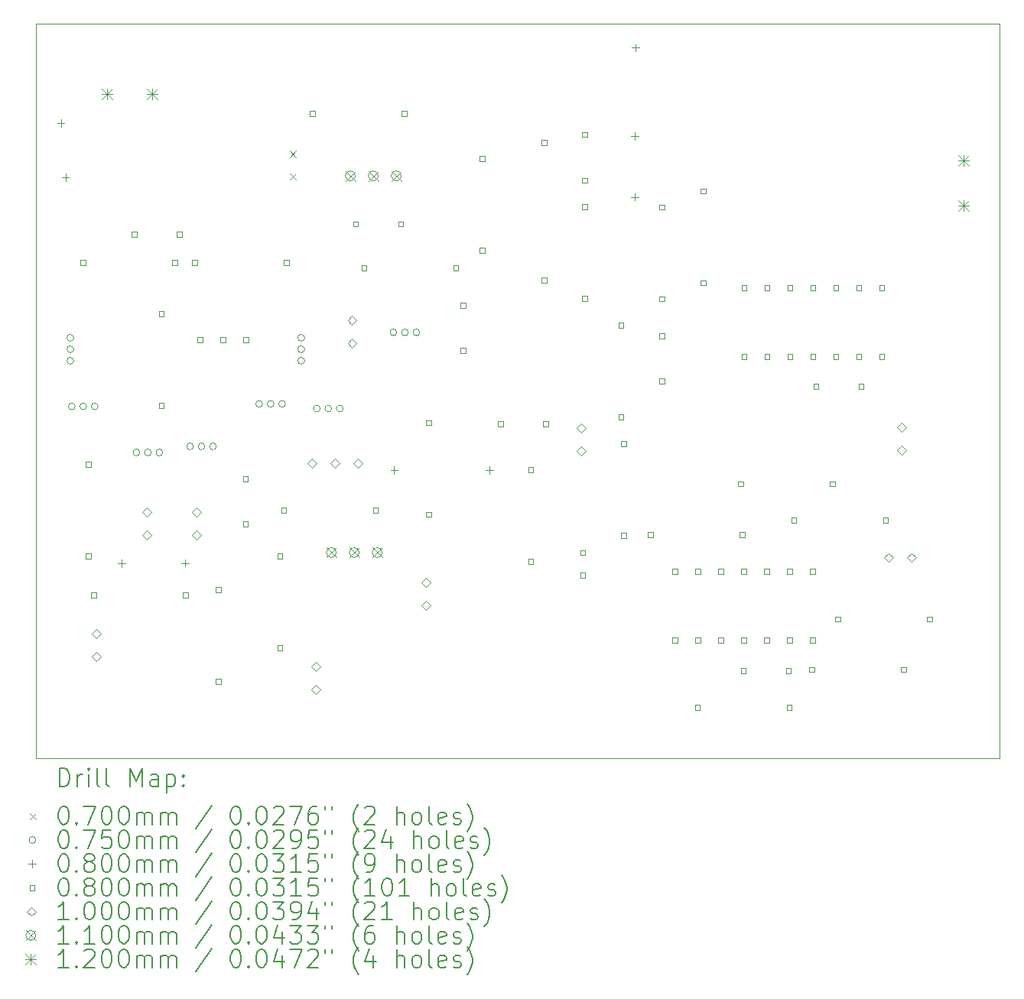
<source format=gbr>
%TF.GenerationSoftware,KiCad,Pcbnew,8.0.3*%
%TF.CreationDate,2024-10-03T16:40:50-03:00*%
%TF.ProjectId,check_point_1,63686563-6b5f-4706-9f69-6e745f312e6b,rev?*%
%TF.SameCoordinates,Original*%
%TF.FileFunction,Drillmap*%
%TF.FilePolarity,Positive*%
%FSLAX45Y45*%
G04 Gerber Fmt 4.5, Leading zero omitted, Abs format (unit mm)*
G04 Created by KiCad (PCBNEW 8.0.3) date 2024-10-03 16:40:50*
%MOMM*%
%LPD*%
G01*
G04 APERTURE LIST*
%ADD10C,0.050000*%
%ADD11C,0.200000*%
%ADD12C,0.100000*%
%ADD13C,0.110000*%
%ADD14C,0.120000*%
G04 APERTURE END LIST*
D10*
X2638000Y-5092000D02*
X13308000Y-5092000D01*
X13308000Y-13228000D01*
X2638000Y-13228000D01*
X2638000Y-5092000D01*
D11*
D12*
X5446000Y-6502000D02*
X5516000Y-6572000D01*
X5516000Y-6502000D02*
X5446000Y-6572000D01*
X5446000Y-6752000D02*
X5516000Y-6822000D01*
X5516000Y-6752000D02*
X5446000Y-6822000D01*
X3055500Y-8571000D02*
G75*
G02*
X2980500Y-8571000I-37500J0D01*
G01*
X2980500Y-8571000D02*
G75*
G02*
X3055500Y-8571000I37500J0D01*
G01*
X3055500Y-8698000D02*
G75*
G02*
X2980500Y-8698000I-37500J0D01*
G01*
X2980500Y-8698000D02*
G75*
G02*
X3055500Y-8698000I37500J0D01*
G01*
X3055500Y-8825000D02*
G75*
G02*
X2980500Y-8825000I-37500J0D01*
G01*
X2980500Y-8825000D02*
G75*
G02*
X3055500Y-8825000I37500J0D01*
G01*
X3071500Y-9331000D02*
G75*
G02*
X2996500Y-9331000I-37500J0D01*
G01*
X2996500Y-9331000D02*
G75*
G02*
X3071500Y-9331000I37500J0D01*
G01*
X3198500Y-9331000D02*
G75*
G02*
X3123500Y-9331000I-37500J0D01*
G01*
X3123500Y-9331000D02*
G75*
G02*
X3198500Y-9331000I37500J0D01*
G01*
X3325500Y-9331000D02*
G75*
G02*
X3250500Y-9331000I-37500J0D01*
G01*
X3250500Y-9331000D02*
G75*
G02*
X3325500Y-9331000I37500J0D01*
G01*
X3786500Y-9841000D02*
G75*
G02*
X3711500Y-9841000I-37500J0D01*
G01*
X3711500Y-9841000D02*
G75*
G02*
X3786500Y-9841000I37500J0D01*
G01*
X3913500Y-9841000D02*
G75*
G02*
X3838500Y-9841000I-37500J0D01*
G01*
X3838500Y-9841000D02*
G75*
G02*
X3913500Y-9841000I37500J0D01*
G01*
X4040500Y-9841000D02*
G75*
G02*
X3965500Y-9841000I-37500J0D01*
G01*
X3965500Y-9841000D02*
G75*
G02*
X4040500Y-9841000I37500J0D01*
G01*
X4380500Y-9774000D02*
G75*
G02*
X4305500Y-9774000I-37500J0D01*
G01*
X4305500Y-9774000D02*
G75*
G02*
X4380500Y-9774000I37500J0D01*
G01*
X4507500Y-9774000D02*
G75*
G02*
X4432500Y-9774000I-37500J0D01*
G01*
X4432500Y-9774000D02*
G75*
G02*
X4507500Y-9774000I37500J0D01*
G01*
X4634500Y-9774000D02*
G75*
G02*
X4559500Y-9774000I-37500J0D01*
G01*
X4559500Y-9774000D02*
G75*
G02*
X4634500Y-9774000I37500J0D01*
G01*
X5146500Y-9304000D02*
G75*
G02*
X5071500Y-9304000I-37500J0D01*
G01*
X5071500Y-9304000D02*
G75*
G02*
X5146500Y-9304000I37500J0D01*
G01*
X5273500Y-9304000D02*
G75*
G02*
X5198500Y-9304000I-37500J0D01*
G01*
X5198500Y-9304000D02*
G75*
G02*
X5273500Y-9304000I37500J0D01*
G01*
X5400500Y-9304000D02*
G75*
G02*
X5325500Y-9304000I-37500J0D01*
G01*
X5325500Y-9304000D02*
G75*
G02*
X5400500Y-9304000I37500J0D01*
G01*
X5611500Y-8571000D02*
G75*
G02*
X5536500Y-8571000I-37500J0D01*
G01*
X5536500Y-8571000D02*
G75*
G02*
X5611500Y-8571000I37500J0D01*
G01*
X5611500Y-8698000D02*
G75*
G02*
X5536500Y-8698000I-37500J0D01*
G01*
X5536500Y-8698000D02*
G75*
G02*
X5611500Y-8698000I37500J0D01*
G01*
X5611500Y-8825000D02*
G75*
G02*
X5536500Y-8825000I-37500J0D01*
G01*
X5536500Y-8825000D02*
G75*
G02*
X5611500Y-8825000I37500J0D01*
G01*
X5783500Y-9355000D02*
G75*
G02*
X5708500Y-9355000I-37500J0D01*
G01*
X5708500Y-9355000D02*
G75*
G02*
X5783500Y-9355000I37500J0D01*
G01*
X5910500Y-9355000D02*
G75*
G02*
X5835500Y-9355000I-37500J0D01*
G01*
X5835500Y-9355000D02*
G75*
G02*
X5910500Y-9355000I37500J0D01*
G01*
X6037500Y-9355000D02*
G75*
G02*
X5962500Y-9355000I-37500J0D01*
G01*
X5962500Y-9355000D02*
G75*
G02*
X6037500Y-9355000I37500J0D01*
G01*
X6631500Y-8511000D02*
G75*
G02*
X6556500Y-8511000I-37500J0D01*
G01*
X6556500Y-8511000D02*
G75*
G02*
X6631500Y-8511000I37500J0D01*
G01*
X6758500Y-8511000D02*
G75*
G02*
X6683500Y-8511000I-37500J0D01*
G01*
X6683500Y-8511000D02*
G75*
G02*
X6758500Y-8511000I37500J0D01*
G01*
X6885500Y-8511000D02*
G75*
G02*
X6810500Y-8511000I-37500J0D01*
G01*
X6810500Y-8511000D02*
G75*
G02*
X6885500Y-8511000I37500J0D01*
G01*
X2914000Y-6153000D02*
X2914000Y-6233000D01*
X2874000Y-6193000D02*
X2954000Y-6193000D01*
X2964000Y-6756000D02*
X2964000Y-6836000D01*
X2924000Y-6796000D02*
X3004000Y-6796000D01*
X3585000Y-11028000D02*
X3585000Y-11108000D01*
X3545000Y-11068000D02*
X3625000Y-11068000D01*
X4287000Y-11026000D02*
X4287000Y-11106000D01*
X4247000Y-11066000D02*
X4327000Y-11066000D01*
X6602000Y-9997000D02*
X6602000Y-10077000D01*
X6562000Y-10037000D02*
X6642000Y-10037000D01*
X7659000Y-9997000D02*
X7659000Y-10077000D01*
X7619000Y-10037000D02*
X7699000Y-10037000D01*
X9267000Y-6297000D02*
X9267000Y-6377000D01*
X9227000Y-6337000D02*
X9307000Y-6337000D01*
X9267000Y-6972000D02*
X9267000Y-7052000D01*
X9227000Y-7012000D02*
X9307000Y-7012000D01*
X9275000Y-5317000D02*
X9275000Y-5397000D01*
X9235000Y-5357000D02*
X9315000Y-5357000D01*
X3187284Y-7769284D02*
X3187284Y-7712715D01*
X3130715Y-7712715D01*
X3130715Y-7769284D01*
X3187284Y-7769284D01*
X3246284Y-10004285D02*
X3246284Y-9947716D01*
X3189715Y-9947716D01*
X3189715Y-10004285D01*
X3246284Y-10004285D01*
X3246284Y-11020285D02*
X3246284Y-10963716D01*
X3189715Y-10963716D01*
X3189715Y-11020285D01*
X3246284Y-11020285D01*
X3304284Y-11451284D02*
X3304284Y-11394715D01*
X3247715Y-11394715D01*
X3247715Y-11451284D01*
X3304284Y-11451284D01*
X3754284Y-7455284D02*
X3754284Y-7398715D01*
X3697715Y-7398715D01*
X3697715Y-7455284D01*
X3754284Y-7455284D01*
X4054284Y-8334284D02*
X4054284Y-8277715D01*
X3997715Y-8277715D01*
X3997715Y-8334284D01*
X4054284Y-8334284D01*
X4054284Y-9350285D02*
X4054284Y-9293716D01*
X3997715Y-9293716D01*
X3997715Y-9350285D01*
X4054284Y-9350285D01*
X4203285Y-7769284D02*
X4203285Y-7712715D01*
X4146715Y-7712715D01*
X4146715Y-7769284D01*
X4203285Y-7769284D01*
X4254285Y-7455284D02*
X4254285Y-7398715D01*
X4197716Y-7398715D01*
X4197716Y-7455284D01*
X4254285Y-7455284D01*
X4320285Y-11451284D02*
X4320285Y-11394715D01*
X4263716Y-11394715D01*
X4263716Y-11451284D01*
X4320285Y-11451284D01*
X4421285Y-7769284D02*
X4421285Y-7712715D01*
X4364716Y-7712715D01*
X4364716Y-7769284D01*
X4421285Y-7769284D01*
X4484285Y-8623285D02*
X4484285Y-8566716D01*
X4427716Y-8566716D01*
X4427716Y-8623285D01*
X4484285Y-8623285D01*
X4685285Y-11390284D02*
X4685285Y-11333715D01*
X4628716Y-11333715D01*
X4628716Y-11390284D01*
X4685285Y-11390284D01*
X4685285Y-12406284D02*
X4685285Y-12349715D01*
X4628716Y-12349715D01*
X4628716Y-12406284D01*
X4685285Y-12406284D01*
X4738285Y-8623285D02*
X4738285Y-8566716D01*
X4681716Y-8566716D01*
X4681716Y-8623285D01*
X4738285Y-8623285D01*
X4985285Y-10162285D02*
X4985285Y-10105716D01*
X4928716Y-10105716D01*
X4928716Y-10162285D01*
X4985285Y-10162285D01*
X4985285Y-10662285D02*
X4985285Y-10605716D01*
X4928716Y-10605716D01*
X4928716Y-10662285D01*
X4985285Y-10662285D01*
X4992285Y-8623285D02*
X4992285Y-8566716D01*
X4935716Y-8566716D01*
X4935716Y-8623285D01*
X4992285Y-8623285D01*
X5365285Y-11015285D02*
X5365285Y-10958716D01*
X5308716Y-10958716D01*
X5308716Y-11015285D01*
X5365285Y-11015285D01*
X5365285Y-12031284D02*
X5365285Y-11974715D01*
X5308716Y-11974715D01*
X5308716Y-12031284D01*
X5365285Y-12031284D01*
X5408285Y-10512285D02*
X5408285Y-10455716D01*
X5351716Y-10455716D01*
X5351716Y-10512285D01*
X5408285Y-10512285D01*
X5437285Y-7769284D02*
X5437285Y-7712715D01*
X5380716Y-7712715D01*
X5380716Y-7769284D01*
X5437285Y-7769284D01*
X5724284Y-6116284D02*
X5724284Y-6059715D01*
X5667715Y-6059715D01*
X5667715Y-6116284D01*
X5724284Y-6116284D01*
X6204284Y-7338284D02*
X6204284Y-7281715D01*
X6147715Y-7281715D01*
X6147715Y-7338284D01*
X6204284Y-7338284D01*
X6297284Y-7828284D02*
X6297284Y-7771715D01*
X6240715Y-7771715D01*
X6240715Y-7828284D01*
X6297284Y-7828284D01*
X6424284Y-10512285D02*
X6424284Y-10455716D01*
X6367715Y-10455716D01*
X6367715Y-10512285D01*
X6424284Y-10512285D01*
X6704284Y-7338284D02*
X6704284Y-7281715D01*
X6647715Y-7281715D01*
X6647715Y-7338284D01*
X6704284Y-7338284D01*
X6740284Y-6116284D02*
X6740284Y-6059715D01*
X6683715Y-6059715D01*
X6683715Y-6116284D01*
X6740284Y-6116284D01*
X7014284Y-9539285D02*
X7014284Y-9482716D01*
X6957715Y-9482716D01*
X6957715Y-9539285D01*
X7014284Y-9539285D01*
X7014284Y-10555285D02*
X7014284Y-10498716D01*
X6957715Y-10498716D01*
X6957715Y-10555285D01*
X7014284Y-10555285D01*
X7313284Y-7828284D02*
X7313284Y-7771715D01*
X7256715Y-7771715D01*
X7256715Y-7828284D01*
X7313284Y-7828284D01*
X7392284Y-8241284D02*
X7392284Y-8184715D01*
X7335715Y-8184715D01*
X7335715Y-8241284D01*
X7392284Y-8241284D01*
X7392284Y-8741285D02*
X7392284Y-8684716D01*
X7335715Y-8684716D01*
X7335715Y-8741285D01*
X7392284Y-8741285D01*
X7605284Y-6612284D02*
X7605284Y-6555715D01*
X7548715Y-6555715D01*
X7548715Y-6612284D01*
X7605284Y-6612284D01*
X7605284Y-7628284D02*
X7605284Y-7571715D01*
X7548715Y-7571715D01*
X7548715Y-7628284D01*
X7605284Y-7628284D01*
X7809284Y-9554285D02*
X7809284Y-9497716D01*
X7752715Y-9497716D01*
X7752715Y-9554285D01*
X7809284Y-9554285D01*
X8144284Y-10061285D02*
X8144284Y-10004716D01*
X8087715Y-10004716D01*
X8087715Y-10061285D01*
X8144284Y-10061285D01*
X8144284Y-11077285D02*
X8144284Y-11020716D01*
X8087715Y-11020716D01*
X8087715Y-11077285D01*
X8144284Y-11077285D01*
X8289284Y-6438284D02*
X8289284Y-6381715D01*
X8232715Y-6381715D01*
X8232715Y-6438284D01*
X8289284Y-6438284D01*
X8289284Y-7962284D02*
X8289284Y-7905715D01*
X8232715Y-7905715D01*
X8232715Y-7962284D01*
X8289284Y-7962284D01*
X8309284Y-9554285D02*
X8309284Y-9497716D01*
X8252715Y-9497716D01*
X8252715Y-9554285D01*
X8309284Y-9554285D01*
X8720285Y-10979285D02*
X8720285Y-10922716D01*
X8663716Y-10922716D01*
X8663716Y-10979285D01*
X8720285Y-10979285D01*
X8720285Y-11229284D02*
X8720285Y-11172716D01*
X8663716Y-11172716D01*
X8663716Y-11229284D01*
X8720285Y-11229284D01*
X8743285Y-6347284D02*
X8743285Y-6290715D01*
X8686716Y-6290715D01*
X8686716Y-6347284D01*
X8743285Y-6347284D01*
X8743285Y-6855284D02*
X8743285Y-6798715D01*
X8686716Y-6798715D01*
X8686716Y-6855284D01*
X8743285Y-6855284D01*
X8743285Y-7147284D02*
X8743285Y-7090715D01*
X8686716Y-7090715D01*
X8686716Y-7147284D01*
X8743285Y-7147284D01*
X8743285Y-8163284D02*
X8743285Y-8106715D01*
X8686716Y-8106715D01*
X8686716Y-8163284D01*
X8743285Y-8163284D01*
X9143285Y-8463285D02*
X9143285Y-8406716D01*
X9086716Y-8406716D01*
X9086716Y-8463285D01*
X9143285Y-8463285D01*
X9143285Y-9479285D02*
X9143285Y-9422716D01*
X9086716Y-9422716D01*
X9086716Y-9479285D01*
X9143285Y-9479285D01*
X9173285Y-9772285D02*
X9173285Y-9715716D01*
X9116716Y-9715716D01*
X9116716Y-9772285D01*
X9173285Y-9772285D01*
X9173285Y-10788285D02*
X9173285Y-10731716D01*
X9116716Y-10731716D01*
X9116716Y-10788285D01*
X9173285Y-10788285D01*
X9467285Y-10783285D02*
X9467285Y-10726716D01*
X9410716Y-10726716D01*
X9410716Y-10783285D01*
X9467285Y-10783285D01*
X9593285Y-7152284D02*
X9593285Y-7095715D01*
X9536716Y-7095715D01*
X9536716Y-7152284D01*
X9593285Y-7152284D01*
X9593285Y-8168284D02*
X9593285Y-8111715D01*
X9536716Y-8111715D01*
X9536716Y-8168284D01*
X9593285Y-8168284D01*
X9593285Y-8580285D02*
X9593285Y-8523716D01*
X9536716Y-8523716D01*
X9536716Y-8580285D01*
X9593285Y-8580285D01*
X9593285Y-9080285D02*
X9593285Y-9023716D01*
X9536716Y-9023716D01*
X9536716Y-9080285D01*
X9593285Y-9080285D01*
X9742285Y-11185284D02*
X9742285Y-11128716D01*
X9685716Y-11128716D01*
X9685716Y-11185284D01*
X9742285Y-11185284D01*
X9742285Y-11947284D02*
X9742285Y-11890715D01*
X9685716Y-11890715D01*
X9685716Y-11947284D01*
X9742285Y-11947284D01*
X9989285Y-12695284D02*
X9989285Y-12638715D01*
X9932716Y-12638715D01*
X9932716Y-12695284D01*
X9989285Y-12695284D01*
X9996285Y-11185284D02*
X9996285Y-11128716D01*
X9939716Y-11128716D01*
X9939716Y-11185284D01*
X9996285Y-11185284D01*
X9996285Y-11947284D02*
X9996285Y-11890715D01*
X9939716Y-11890715D01*
X9939716Y-11947284D01*
X9996285Y-11947284D01*
X10053285Y-6974284D02*
X10053285Y-6917715D01*
X9996716Y-6917715D01*
X9996716Y-6974284D01*
X10053285Y-6974284D01*
X10053285Y-7990284D02*
X10053285Y-7933715D01*
X9996716Y-7933715D01*
X9996716Y-7990284D01*
X10053285Y-7990284D01*
X10250285Y-11185284D02*
X10250285Y-11128716D01*
X10193716Y-11128716D01*
X10193716Y-11185284D01*
X10250285Y-11185284D01*
X10250285Y-11947284D02*
X10250285Y-11890715D01*
X10193716Y-11890715D01*
X10193716Y-11947284D01*
X10250285Y-11947284D01*
X10469285Y-10216285D02*
X10469285Y-10159716D01*
X10412716Y-10159716D01*
X10412716Y-10216285D01*
X10469285Y-10216285D01*
X10483285Y-10783285D02*
X10483285Y-10726716D01*
X10426716Y-10726716D01*
X10426716Y-10783285D01*
X10483285Y-10783285D01*
X10497285Y-12286284D02*
X10497285Y-12229715D01*
X10440716Y-12229715D01*
X10440716Y-12286284D01*
X10497285Y-12286284D01*
X10504285Y-11185284D02*
X10504285Y-11128716D01*
X10447716Y-11128716D01*
X10447716Y-11185284D01*
X10504285Y-11185284D01*
X10504285Y-11947284D02*
X10504285Y-11890715D01*
X10447716Y-11890715D01*
X10447716Y-11947284D01*
X10504285Y-11947284D01*
X10505285Y-8048284D02*
X10505285Y-7991715D01*
X10448716Y-7991715D01*
X10448716Y-8048284D01*
X10505285Y-8048284D01*
X10505285Y-8810285D02*
X10505285Y-8753716D01*
X10448716Y-8753716D01*
X10448716Y-8810285D01*
X10505285Y-8810285D01*
X10758285Y-11185284D02*
X10758285Y-11128716D01*
X10701716Y-11128716D01*
X10701716Y-11185284D01*
X10758285Y-11185284D01*
X10758285Y-11947284D02*
X10758285Y-11890715D01*
X10701716Y-11890715D01*
X10701716Y-11947284D01*
X10758285Y-11947284D01*
X10759285Y-8048284D02*
X10759285Y-7991715D01*
X10702716Y-7991715D01*
X10702716Y-8048284D01*
X10759285Y-8048284D01*
X10759285Y-8810285D02*
X10759285Y-8753716D01*
X10702716Y-8753716D01*
X10702716Y-8810285D01*
X10759285Y-8810285D01*
X10997285Y-12286284D02*
X10997285Y-12229715D01*
X10940716Y-12229715D01*
X10940716Y-12286284D01*
X10997285Y-12286284D01*
X11005285Y-12695284D02*
X11005285Y-12638715D01*
X10948716Y-12638715D01*
X10948716Y-12695284D01*
X11005285Y-12695284D01*
X11012285Y-11185284D02*
X11012285Y-11128716D01*
X10955716Y-11128716D01*
X10955716Y-11185284D01*
X11012285Y-11185284D01*
X11012285Y-11947284D02*
X11012285Y-11890715D01*
X10955716Y-11890715D01*
X10955716Y-11947284D01*
X11012285Y-11947284D01*
X11013285Y-8048284D02*
X11013285Y-7991715D01*
X10956716Y-7991715D01*
X10956716Y-8048284D01*
X11013285Y-8048284D01*
X11013285Y-8810285D02*
X11013285Y-8753716D01*
X10956716Y-8753716D01*
X10956716Y-8810285D01*
X11013285Y-8810285D01*
X11055285Y-10621285D02*
X11055285Y-10564716D01*
X10998716Y-10564716D01*
X10998716Y-10621285D01*
X11055285Y-10621285D01*
X11255284Y-12275284D02*
X11255284Y-12218715D01*
X11198715Y-12218715D01*
X11198715Y-12275284D01*
X11255284Y-12275284D01*
X11266284Y-11185284D02*
X11266284Y-11128716D01*
X11209715Y-11128716D01*
X11209715Y-11185284D01*
X11266284Y-11185284D01*
X11266284Y-11947284D02*
X11266284Y-11890715D01*
X11209715Y-11890715D01*
X11209715Y-11947284D01*
X11266284Y-11947284D01*
X11267284Y-8048284D02*
X11267284Y-7991715D01*
X11210715Y-7991715D01*
X11210715Y-8048284D01*
X11267284Y-8048284D01*
X11267284Y-8810285D02*
X11267284Y-8753716D01*
X11210715Y-8753716D01*
X11210715Y-8810285D01*
X11267284Y-8810285D01*
X11300284Y-9138285D02*
X11300284Y-9081716D01*
X11243715Y-9081716D01*
X11243715Y-9138285D01*
X11300284Y-9138285D01*
X11485284Y-10216285D02*
X11485284Y-10159716D01*
X11428715Y-10159716D01*
X11428715Y-10216285D01*
X11485284Y-10216285D01*
X11521284Y-8048284D02*
X11521284Y-7991715D01*
X11464715Y-7991715D01*
X11464715Y-8048284D01*
X11521284Y-8048284D01*
X11521284Y-8810285D02*
X11521284Y-8753716D01*
X11464715Y-8753716D01*
X11464715Y-8810285D01*
X11521284Y-8810285D01*
X11540284Y-11716284D02*
X11540284Y-11659715D01*
X11483715Y-11659715D01*
X11483715Y-11716284D01*
X11540284Y-11716284D01*
X11775284Y-8048284D02*
X11775284Y-7991715D01*
X11718715Y-7991715D01*
X11718715Y-8048284D01*
X11775284Y-8048284D01*
X11775284Y-8810285D02*
X11775284Y-8753716D01*
X11718715Y-8753716D01*
X11718715Y-8810285D01*
X11775284Y-8810285D01*
X11800284Y-9138285D02*
X11800284Y-9081716D01*
X11743715Y-9081716D01*
X11743715Y-9138285D01*
X11800284Y-9138285D01*
X12029284Y-8048284D02*
X12029284Y-7991715D01*
X11972715Y-7991715D01*
X11972715Y-8048284D01*
X12029284Y-8048284D01*
X12029284Y-8810285D02*
X12029284Y-8753716D01*
X11972715Y-8753716D01*
X11972715Y-8810285D01*
X12029284Y-8810285D01*
X12071284Y-10621285D02*
X12071284Y-10564716D01*
X12014715Y-10564716D01*
X12014715Y-10621285D01*
X12071284Y-10621285D01*
X12271284Y-12275284D02*
X12271284Y-12218715D01*
X12214715Y-12218715D01*
X12214715Y-12275284D01*
X12271284Y-12275284D01*
X12556284Y-11716284D02*
X12556284Y-11659715D01*
X12499715Y-11659715D01*
X12499715Y-11716284D01*
X12556284Y-11716284D01*
X3304000Y-11900000D02*
X3354000Y-11850000D01*
X3304000Y-11800000D01*
X3254000Y-11850000D01*
X3304000Y-11900000D01*
X3304000Y-12154000D02*
X3354000Y-12104000D01*
X3304000Y-12054000D01*
X3254000Y-12104000D01*
X3304000Y-12154000D01*
X3864000Y-10553500D02*
X3914000Y-10503500D01*
X3864000Y-10453500D01*
X3814000Y-10503500D01*
X3864000Y-10553500D01*
X3864000Y-10807500D02*
X3914000Y-10757500D01*
X3864000Y-10707500D01*
X3814000Y-10757500D01*
X3864000Y-10807500D01*
X4417000Y-10553000D02*
X4467000Y-10503000D01*
X4417000Y-10453000D01*
X4367000Y-10503000D01*
X4417000Y-10553000D01*
X4417000Y-10807000D02*
X4467000Y-10757000D01*
X4417000Y-10707000D01*
X4367000Y-10757000D01*
X4417000Y-10807000D01*
X5692000Y-10009000D02*
X5742000Y-9959000D01*
X5692000Y-9909000D01*
X5642000Y-9959000D01*
X5692000Y-10009000D01*
X5738000Y-12260000D02*
X5788000Y-12210000D01*
X5738000Y-12160000D01*
X5688000Y-12210000D01*
X5738000Y-12260000D01*
X5738000Y-12514000D02*
X5788000Y-12464000D01*
X5738000Y-12414000D01*
X5688000Y-12464000D01*
X5738000Y-12514000D01*
X5946000Y-10009000D02*
X5996000Y-9959000D01*
X5946000Y-9909000D01*
X5896000Y-9959000D01*
X5946000Y-10009000D01*
X6138000Y-8425500D02*
X6188000Y-8375500D01*
X6138000Y-8325500D01*
X6088000Y-8375500D01*
X6138000Y-8425500D01*
X6138000Y-8679500D02*
X6188000Y-8629500D01*
X6138000Y-8579500D01*
X6088000Y-8629500D01*
X6138000Y-8679500D01*
X6200000Y-10009000D02*
X6250000Y-9959000D01*
X6200000Y-9909000D01*
X6150000Y-9959000D01*
X6200000Y-10009000D01*
X6953000Y-11330000D02*
X7003000Y-11280000D01*
X6953000Y-11230000D01*
X6903000Y-11280000D01*
X6953000Y-11330000D01*
X6953000Y-11584000D02*
X7003000Y-11534000D01*
X6953000Y-11484000D01*
X6903000Y-11534000D01*
X6953000Y-11584000D01*
X8675000Y-9623500D02*
X8725000Y-9573500D01*
X8675000Y-9523500D01*
X8625000Y-9573500D01*
X8675000Y-9623500D01*
X8675000Y-9877500D02*
X8725000Y-9827500D01*
X8675000Y-9777500D01*
X8625000Y-9827500D01*
X8675000Y-9877500D01*
X12074500Y-11056000D02*
X12124500Y-11006000D01*
X12074500Y-10956000D01*
X12024500Y-11006000D01*
X12074500Y-11056000D01*
X12225000Y-9616000D02*
X12275000Y-9566000D01*
X12225000Y-9516000D01*
X12175000Y-9566000D01*
X12225000Y-9616000D01*
X12225000Y-9870000D02*
X12275000Y-9820000D01*
X12225000Y-9770000D01*
X12175000Y-9820000D01*
X12225000Y-9870000D01*
X12328500Y-11056000D02*
X12378500Y-11006000D01*
X12328500Y-10956000D01*
X12278500Y-11006000D01*
X12328500Y-11056000D01*
D13*
X5853000Y-10895000D02*
X5963000Y-11005000D01*
X5963000Y-10895000D02*
X5853000Y-11005000D01*
X5963000Y-10950000D02*
G75*
G02*
X5853000Y-10950000I-55000J0D01*
G01*
X5853000Y-10950000D02*
G75*
G02*
X5963000Y-10950000I55000J0D01*
G01*
X6063000Y-6723000D02*
X6173000Y-6833000D01*
X6173000Y-6723000D02*
X6063000Y-6833000D01*
X6173000Y-6778000D02*
G75*
G02*
X6063000Y-6778000I-55000J0D01*
G01*
X6063000Y-6778000D02*
G75*
G02*
X6173000Y-6778000I55000J0D01*
G01*
X6107000Y-10895000D02*
X6217000Y-11005000D01*
X6217000Y-10895000D02*
X6107000Y-11005000D01*
X6217000Y-10950000D02*
G75*
G02*
X6107000Y-10950000I-55000J0D01*
G01*
X6107000Y-10950000D02*
G75*
G02*
X6217000Y-10950000I55000J0D01*
G01*
X6317000Y-6723000D02*
X6427000Y-6833000D01*
X6427000Y-6723000D02*
X6317000Y-6833000D01*
X6427000Y-6778000D02*
G75*
G02*
X6317000Y-6778000I-55000J0D01*
G01*
X6317000Y-6778000D02*
G75*
G02*
X6427000Y-6778000I55000J0D01*
G01*
X6361000Y-10895000D02*
X6471000Y-11005000D01*
X6471000Y-10895000D02*
X6361000Y-11005000D01*
X6471000Y-10950000D02*
G75*
G02*
X6361000Y-10950000I-55000J0D01*
G01*
X6361000Y-10950000D02*
G75*
G02*
X6471000Y-10950000I55000J0D01*
G01*
X6571000Y-6723000D02*
X6681000Y-6833000D01*
X6681000Y-6723000D02*
X6571000Y-6833000D01*
X6681000Y-6778000D02*
G75*
G02*
X6571000Y-6778000I-55000J0D01*
G01*
X6571000Y-6778000D02*
G75*
G02*
X6681000Y-6778000I55000J0D01*
G01*
D14*
X3364000Y-5813000D02*
X3484000Y-5933000D01*
X3484000Y-5813000D02*
X3364000Y-5933000D01*
X3424000Y-5813000D02*
X3424000Y-5933000D01*
X3364000Y-5873000D02*
X3484000Y-5873000D01*
X3864000Y-5813000D02*
X3984000Y-5933000D01*
X3984000Y-5813000D02*
X3864000Y-5933000D01*
X3924000Y-5813000D02*
X3924000Y-5933000D01*
X3864000Y-5873000D02*
X3984000Y-5873000D01*
X12846000Y-6545000D02*
X12966000Y-6665000D01*
X12966000Y-6545000D02*
X12846000Y-6665000D01*
X12906000Y-6545000D02*
X12906000Y-6665000D01*
X12846000Y-6605000D02*
X12966000Y-6605000D01*
X12846000Y-7045000D02*
X12966000Y-7165000D01*
X12966000Y-7045000D02*
X12846000Y-7165000D01*
X12906000Y-7045000D02*
X12906000Y-7165000D01*
X12846000Y-7105000D02*
X12966000Y-7105000D01*
D11*
X2896277Y-13541984D02*
X2896277Y-13341984D01*
X2896277Y-13341984D02*
X2943896Y-13341984D01*
X2943896Y-13341984D02*
X2972467Y-13351508D01*
X2972467Y-13351508D02*
X2991515Y-13370555D01*
X2991515Y-13370555D02*
X3001039Y-13389603D01*
X3001039Y-13389603D02*
X3010562Y-13427698D01*
X3010562Y-13427698D02*
X3010562Y-13456269D01*
X3010562Y-13456269D02*
X3001039Y-13494365D01*
X3001039Y-13494365D02*
X2991515Y-13513412D01*
X2991515Y-13513412D02*
X2972467Y-13532460D01*
X2972467Y-13532460D02*
X2943896Y-13541984D01*
X2943896Y-13541984D02*
X2896277Y-13541984D01*
X3096277Y-13541984D02*
X3096277Y-13408650D01*
X3096277Y-13446746D02*
X3105801Y-13427698D01*
X3105801Y-13427698D02*
X3115324Y-13418174D01*
X3115324Y-13418174D02*
X3134372Y-13408650D01*
X3134372Y-13408650D02*
X3153420Y-13408650D01*
X3220086Y-13541984D02*
X3220086Y-13408650D01*
X3220086Y-13341984D02*
X3210562Y-13351508D01*
X3210562Y-13351508D02*
X3220086Y-13361031D01*
X3220086Y-13361031D02*
X3229610Y-13351508D01*
X3229610Y-13351508D02*
X3220086Y-13341984D01*
X3220086Y-13341984D02*
X3220086Y-13361031D01*
X3343896Y-13541984D02*
X3324848Y-13532460D01*
X3324848Y-13532460D02*
X3315324Y-13513412D01*
X3315324Y-13513412D02*
X3315324Y-13341984D01*
X3448658Y-13541984D02*
X3429610Y-13532460D01*
X3429610Y-13532460D02*
X3420086Y-13513412D01*
X3420086Y-13513412D02*
X3420086Y-13341984D01*
X3677229Y-13541984D02*
X3677229Y-13341984D01*
X3677229Y-13341984D02*
X3743896Y-13484841D01*
X3743896Y-13484841D02*
X3810562Y-13341984D01*
X3810562Y-13341984D02*
X3810562Y-13541984D01*
X3991515Y-13541984D02*
X3991515Y-13437222D01*
X3991515Y-13437222D02*
X3981991Y-13418174D01*
X3981991Y-13418174D02*
X3962943Y-13408650D01*
X3962943Y-13408650D02*
X3924848Y-13408650D01*
X3924848Y-13408650D02*
X3905801Y-13418174D01*
X3991515Y-13532460D02*
X3972467Y-13541984D01*
X3972467Y-13541984D02*
X3924848Y-13541984D01*
X3924848Y-13541984D02*
X3905801Y-13532460D01*
X3905801Y-13532460D02*
X3896277Y-13513412D01*
X3896277Y-13513412D02*
X3896277Y-13494365D01*
X3896277Y-13494365D02*
X3905801Y-13475317D01*
X3905801Y-13475317D02*
X3924848Y-13465793D01*
X3924848Y-13465793D02*
X3972467Y-13465793D01*
X3972467Y-13465793D02*
X3991515Y-13456269D01*
X4086753Y-13408650D02*
X4086753Y-13608650D01*
X4086753Y-13418174D02*
X4105801Y-13408650D01*
X4105801Y-13408650D02*
X4143896Y-13408650D01*
X4143896Y-13408650D02*
X4162943Y-13418174D01*
X4162943Y-13418174D02*
X4172467Y-13427698D01*
X4172467Y-13427698D02*
X4181991Y-13446746D01*
X4181991Y-13446746D02*
X4181991Y-13503888D01*
X4181991Y-13503888D02*
X4172467Y-13522936D01*
X4172467Y-13522936D02*
X4162943Y-13532460D01*
X4162943Y-13532460D02*
X4143896Y-13541984D01*
X4143896Y-13541984D02*
X4105801Y-13541984D01*
X4105801Y-13541984D02*
X4086753Y-13532460D01*
X4267705Y-13522936D02*
X4277229Y-13532460D01*
X4277229Y-13532460D02*
X4267705Y-13541984D01*
X4267705Y-13541984D02*
X4258182Y-13532460D01*
X4258182Y-13532460D02*
X4267705Y-13522936D01*
X4267705Y-13522936D02*
X4267705Y-13541984D01*
X4267705Y-13418174D02*
X4277229Y-13427698D01*
X4277229Y-13427698D02*
X4267705Y-13437222D01*
X4267705Y-13437222D02*
X4258182Y-13427698D01*
X4258182Y-13427698D02*
X4267705Y-13418174D01*
X4267705Y-13418174D02*
X4267705Y-13437222D01*
D12*
X2565500Y-13835500D02*
X2635500Y-13905500D01*
X2635500Y-13835500D02*
X2565500Y-13905500D01*
D11*
X2934372Y-13761984D02*
X2953420Y-13761984D01*
X2953420Y-13761984D02*
X2972467Y-13771508D01*
X2972467Y-13771508D02*
X2981991Y-13781031D01*
X2981991Y-13781031D02*
X2991515Y-13800079D01*
X2991515Y-13800079D02*
X3001039Y-13838174D01*
X3001039Y-13838174D02*
X3001039Y-13885793D01*
X3001039Y-13885793D02*
X2991515Y-13923888D01*
X2991515Y-13923888D02*
X2981991Y-13942936D01*
X2981991Y-13942936D02*
X2972467Y-13952460D01*
X2972467Y-13952460D02*
X2953420Y-13961984D01*
X2953420Y-13961984D02*
X2934372Y-13961984D01*
X2934372Y-13961984D02*
X2915324Y-13952460D01*
X2915324Y-13952460D02*
X2905801Y-13942936D01*
X2905801Y-13942936D02*
X2896277Y-13923888D01*
X2896277Y-13923888D02*
X2886753Y-13885793D01*
X2886753Y-13885793D02*
X2886753Y-13838174D01*
X2886753Y-13838174D02*
X2896277Y-13800079D01*
X2896277Y-13800079D02*
X2905801Y-13781031D01*
X2905801Y-13781031D02*
X2915324Y-13771508D01*
X2915324Y-13771508D02*
X2934372Y-13761984D01*
X3086753Y-13942936D02*
X3096277Y-13952460D01*
X3096277Y-13952460D02*
X3086753Y-13961984D01*
X3086753Y-13961984D02*
X3077229Y-13952460D01*
X3077229Y-13952460D02*
X3086753Y-13942936D01*
X3086753Y-13942936D02*
X3086753Y-13961984D01*
X3162943Y-13761984D02*
X3296277Y-13761984D01*
X3296277Y-13761984D02*
X3210562Y-13961984D01*
X3410562Y-13761984D02*
X3429610Y-13761984D01*
X3429610Y-13761984D02*
X3448658Y-13771508D01*
X3448658Y-13771508D02*
X3458182Y-13781031D01*
X3458182Y-13781031D02*
X3467705Y-13800079D01*
X3467705Y-13800079D02*
X3477229Y-13838174D01*
X3477229Y-13838174D02*
X3477229Y-13885793D01*
X3477229Y-13885793D02*
X3467705Y-13923888D01*
X3467705Y-13923888D02*
X3458182Y-13942936D01*
X3458182Y-13942936D02*
X3448658Y-13952460D01*
X3448658Y-13952460D02*
X3429610Y-13961984D01*
X3429610Y-13961984D02*
X3410562Y-13961984D01*
X3410562Y-13961984D02*
X3391515Y-13952460D01*
X3391515Y-13952460D02*
X3381991Y-13942936D01*
X3381991Y-13942936D02*
X3372467Y-13923888D01*
X3372467Y-13923888D02*
X3362943Y-13885793D01*
X3362943Y-13885793D02*
X3362943Y-13838174D01*
X3362943Y-13838174D02*
X3372467Y-13800079D01*
X3372467Y-13800079D02*
X3381991Y-13781031D01*
X3381991Y-13781031D02*
X3391515Y-13771508D01*
X3391515Y-13771508D02*
X3410562Y-13761984D01*
X3601039Y-13761984D02*
X3620086Y-13761984D01*
X3620086Y-13761984D02*
X3639134Y-13771508D01*
X3639134Y-13771508D02*
X3648658Y-13781031D01*
X3648658Y-13781031D02*
X3658182Y-13800079D01*
X3658182Y-13800079D02*
X3667705Y-13838174D01*
X3667705Y-13838174D02*
X3667705Y-13885793D01*
X3667705Y-13885793D02*
X3658182Y-13923888D01*
X3658182Y-13923888D02*
X3648658Y-13942936D01*
X3648658Y-13942936D02*
X3639134Y-13952460D01*
X3639134Y-13952460D02*
X3620086Y-13961984D01*
X3620086Y-13961984D02*
X3601039Y-13961984D01*
X3601039Y-13961984D02*
X3581991Y-13952460D01*
X3581991Y-13952460D02*
X3572467Y-13942936D01*
X3572467Y-13942936D02*
X3562943Y-13923888D01*
X3562943Y-13923888D02*
X3553420Y-13885793D01*
X3553420Y-13885793D02*
X3553420Y-13838174D01*
X3553420Y-13838174D02*
X3562943Y-13800079D01*
X3562943Y-13800079D02*
X3572467Y-13781031D01*
X3572467Y-13781031D02*
X3581991Y-13771508D01*
X3581991Y-13771508D02*
X3601039Y-13761984D01*
X3753420Y-13961984D02*
X3753420Y-13828650D01*
X3753420Y-13847698D02*
X3762943Y-13838174D01*
X3762943Y-13838174D02*
X3781991Y-13828650D01*
X3781991Y-13828650D02*
X3810563Y-13828650D01*
X3810563Y-13828650D02*
X3829610Y-13838174D01*
X3829610Y-13838174D02*
X3839134Y-13857222D01*
X3839134Y-13857222D02*
X3839134Y-13961984D01*
X3839134Y-13857222D02*
X3848658Y-13838174D01*
X3848658Y-13838174D02*
X3867705Y-13828650D01*
X3867705Y-13828650D02*
X3896277Y-13828650D01*
X3896277Y-13828650D02*
X3915324Y-13838174D01*
X3915324Y-13838174D02*
X3924848Y-13857222D01*
X3924848Y-13857222D02*
X3924848Y-13961984D01*
X4020086Y-13961984D02*
X4020086Y-13828650D01*
X4020086Y-13847698D02*
X4029610Y-13838174D01*
X4029610Y-13838174D02*
X4048658Y-13828650D01*
X4048658Y-13828650D02*
X4077229Y-13828650D01*
X4077229Y-13828650D02*
X4096277Y-13838174D01*
X4096277Y-13838174D02*
X4105801Y-13857222D01*
X4105801Y-13857222D02*
X4105801Y-13961984D01*
X4105801Y-13857222D02*
X4115324Y-13838174D01*
X4115324Y-13838174D02*
X4134372Y-13828650D01*
X4134372Y-13828650D02*
X4162943Y-13828650D01*
X4162943Y-13828650D02*
X4181991Y-13838174D01*
X4181991Y-13838174D02*
X4191515Y-13857222D01*
X4191515Y-13857222D02*
X4191515Y-13961984D01*
X4581991Y-13752460D02*
X4410563Y-14009603D01*
X4839134Y-13761984D02*
X4858182Y-13761984D01*
X4858182Y-13761984D02*
X4877229Y-13771508D01*
X4877229Y-13771508D02*
X4886753Y-13781031D01*
X4886753Y-13781031D02*
X4896277Y-13800079D01*
X4896277Y-13800079D02*
X4905801Y-13838174D01*
X4905801Y-13838174D02*
X4905801Y-13885793D01*
X4905801Y-13885793D02*
X4896277Y-13923888D01*
X4896277Y-13923888D02*
X4886753Y-13942936D01*
X4886753Y-13942936D02*
X4877229Y-13952460D01*
X4877229Y-13952460D02*
X4858182Y-13961984D01*
X4858182Y-13961984D02*
X4839134Y-13961984D01*
X4839134Y-13961984D02*
X4820087Y-13952460D01*
X4820087Y-13952460D02*
X4810563Y-13942936D01*
X4810563Y-13942936D02*
X4801039Y-13923888D01*
X4801039Y-13923888D02*
X4791515Y-13885793D01*
X4791515Y-13885793D02*
X4791515Y-13838174D01*
X4791515Y-13838174D02*
X4801039Y-13800079D01*
X4801039Y-13800079D02*
X4810563Y-13781031D01*
X4810563Y-13781031D02*
X4820087Y-13771508D01*
X4820087Y-13771508D02*
X4839134Y-13761984D01*
X4991515Y-13942936D02*
X5001039Y-13952460D01*
X5001039Y-13952460D02*
X4991515Y-13961984D01*
X4991515Y-13961984D02*
X4981991Y-13952460D01*
X4981991Y-13952460D02*
X4991515Y-13942936D01*
X4991515Y-13942936D02*
X4991515Y-13961984D01*
X5124848Y-13761984D02*
X5143896Y-13761984D01*
X5143896Y-13761984D02*
X5162944Y-13771508D01*
X5162944Y-13771508D02*
X5172468Y-13781031D01*
X5172468Y-13781031D02*
X5181991Y-13800079D01*
X5181991Y-13800079D02*
X5191515Y-13838174D01*
X5191515Y-13838174D02*
X5191515Y-13885793D01*
X5191515Y-13885793D02*
X5181991Y-13923888D01*
X5181991Y-13923888D02*
X5172468Y-13942936D01*
X5172468Y-13942936D02*
X5162944Y-13952460D01*
X5162944Y-13952460D02*
X5143896Y-13961984D01*
X5143896Y-13961984D02*
X5124848Y-13961984D01*
X5124848Y-13961984D02*
X5105801Y-13952460D01*
X5105801Y-13952460D02*
X5096277Y-13942936D01*
X5096277Y-13942936D02*
X5086753Y-13923888D01*
X5086753Y-13923888D02*
X5077229Y-13885793D01*
X5077229Y-13885793D02*
X5077229Y-13838174D01*
X5077229Y-13838174D02*
X5086753Y-13800079D01*
X5086753Y-13800079D02*
X5096277Y-13781031D01*
X5096277Y-13781031D02*
X5105801Y-13771508D01*
X5105801Y-13771508D02*
X5124848Y-13761984D01*
X5267706Y-13781031D02*
X5277229Y-13771508D01*
X5277229Y-13771508D02*
X5296277Y-13761984D01*
X5296277Y-13761984D02*
X5343896Y-13761984D01*
X5343896Y-13761984D02*
X5362944Y-13771508D01*
X5362944Y-13771508D02*
X5372468Y-13781031D01*
X5372468Y-13781031D02*
X5381991Y-13800079D01*
X5381991Y-13800079D02*
X5381991Y-13819127D01*
X5381991Y-13819127D02*
X5372468Y-13847698D01*
X5372468Y-13847698D02*
X5258182Y-13961984D01*
X5258182Y-13961984D02*
X5381991Y-13961984D01*
X5448658Y-13761984D02*
X5581991Y-13761984D01*
X5581991Y-13761984D02*
X5496277Y-13961984D01*
X5743896Y-13761984D02*
X5705801Y-13761984D01*
X5705801Y-13761984D02*
X5686753Y-13771508D01*
X5686753Y-13771508D02*
X5677229Y-13781031D01*
X5677229Y-13781031D02*
X5658182Y-13809603D01*
X5658182Y-13809603D02*
X5648658Y-13847698D01*
X5648658Y-13847698D02*
X5648658Y-13923888D01*
X5648658Y-13923888D02*
X5658182Y-13942936D01*
X5658182Y-13942936D02*
X5667706Y-13952460D01*
X5667706Y-13952460D02*
X5686753Y-13961984D01*
X5686753Y-13961984D02*
X5724848Y-13961984D01*
X5724848Y-13961984D02*
X5743896Y-13952460D01*
X5743896Y-13952460D02*
X5753420Y-13942936D01*
X5753420Y-13942936D02*
X5762944Y-13923888D01*
X5762944Y-13923888D02*
X5762944Y-13876269D01*
X5762944Y-13876269D02*
X5753420Y-13857222D01*
X5753420Y-13857222D02*
X5743896Y-13847698D01*
X5743896Y-13847698D02*
X5724848Y-13838174D01*
X5724848Y-13838174D02*
X5686753Y-13838174D01*
X5686753Y-13838174D02*
X5667706Y-13847698D01*
X5667706Y-13847698D02*
X5658182Y-13857222D01*
X5658182Y-13857222D02*
X5648658Y-13876269D01*
X5839134Y-13761984D02*
X5839134Y-13800079D01*
X5915325Y-13761984D02*
X5915325Y-13800079D01*
X6210563Y-14038174D02*
X6201039Y-14028650D01*
X6201039Y-14028650D02*
X6181991Y-14000079D01*
X6181991Y-14000079D02*
X6172468Y-13981031D01*
X6172468Y-13981031D02*
X6162944Y-13952460D01*
X6162944Y-13952460D02*
X6153420Y-13904841D01*
X6153420Y-13904841D02*
X6153420Y-13866746D01*
X6153420Y-13866746D02*
X6162944Y-13819127D01*
X6162944Y-13819127D02*
X6172468Y-13790555D01*
X6172468Y-13790555D02*
X6181991Y-13771508D01*
X6181991Y-13771508D02*
X6201039Y-13742936D01*
X6201039Y-13742936D02*
X6210563Y-13733412D01*
X6277229Y-13781031D02*
X6286753Y-13771508D01*
X6286753Y-13771508D02*
X6305801Y-13761984D01*
X6305801Y-13761984D02*
X6353420Y-13761984D01*
X6353420Y-13761984D02*
X6372468Y-13771508D01*
X6372468Y-13771508D02*
X6381991Y-13781031D01*
X6381991Y-13781031D02*
X6391515Y-13800079D01*
X6391515Y-13800079D02*
X6391515Y-13819127D01*
X6391515Y-13819127D02*
X6381991Y-13847698D01*
X6381991Y-13847698D02*
X6267706Y-13961984D01*
X6267706Y-13961984D02*
X6391515Y-13961984D01*
X6629610Y-13961984D02*
X6629610Y-13761984D01*
X6715325Y-13961984D02*
X6715325Y-13857222D01*
X6715325Y-13857222D02*
X6705801Y-13838174D01*
X6705801Y-13838174D02*
X6686753Y-13828650D01*
X6686753Y-13828650D02*
X6658182Y-13828650D01*
X6658182Y-13828650D02*
X6639134Y-13838174D01*
X6639134Y-13838174D02*
X6629610Y-13847698D01*
X6839134Y-13961984D02*
X6820087Y-13952460D01*
X6820087Y-13952460D02*
X6810563Y-13942936D01*
X6810563Y-13942936D02*
X6801039Y-13923888D01*
X6801039Y-13923888D02*
X6801039Y-13866746D01*
X6801039Y-13866746D02*
X6810563Y-13847698D01*
X6810563Y-13847698D02*
X6820087Y-13838174D01*
X6820087Y-13838174D02*
X6839134Y-13828650D01*
X6839134Y-13828650D02*
X6867706Y-13828650D01*
X6867706Y-13828650D02*
X6886753Y-13838174D01*
X6886753Y-13838174D02*
X6896277Y-13847698D01*
X6896277Y-13847698D02*
X6905801Y-13866746D01*
X6905801Y-13866746D02*
X6905801Y-13923888D01*
X6905801Y-13923888D02*
X6896277Y-13942936D01*
X6896277Y-13942936D02*
X6886753Y-13952460D01*
X6886753Y-13952460D02*
X6867706Y-13961984D01*
X6867706Y-13961984D02*
X6839134Y-13961984D01*
X7020087Y-13961984D02*
X7001039Y-13952460D01*
X7001039Y-13952460D02*
X6991515Y-13933412D01*
X6991515Y-13933412D02*
X6991515Y-13761984D01*
X7172468Y-13952460D02*
X7153420Y-13961984D01*
X7153420Y-13961984D02*
X7115325Y-13961984D01*
X7115325Y-13961984D02*
X7096277Y-13952460D01*
X7096277Y-13952460D02*
X7086753Y-13933412D01*
X7086753Y-13933412D02*
X7086753Y-13857222D01*
X7086753Y-13857222D02*
X7096277Y-13838174D01*
X7096277Y-13838174D02*
X7115325Y-13828650D01*
X7115325Y-13828650D02*
X7153420Y-13828650D01*
X7153420Y-13828650D02*
X7172468Y-13838174D01*
X7172468Y-13838174D02*
X7181991Y-13857222D01*
X7181991Y-13857222D02*
X7181991Y-13876269D01*
X7181991Y-13876269D02*
X7086753Y-13895317D01*
X7258182Y-13952460D02*
X7277230Y-13961984D01*
X7277230Y-13961984D02*
X7315325Y-13961984D01*
X7315325Y-13961984D02*
X7334372Y-13952460D01*
X7334372Y-13952460D02*
X7343896Y-13933412D01*
X7343896Y-13933412D02*
X7343896Y-13923888D01*
X7343896Y-13923888D02*
X7334372Y-13904841D01*
X7334372Y-13904841D02*
X7315325Y-13895317D01*
X7315325Y-13895317D02*
X7286753Y-13895317D01*
X7286753Y-13895317D02*
X7267706Y-13885793D01*
X7267706Y-13885793D02*
X7258182Y-13866746D01*
X7258182Y-13866746D02*
X7258182Y-13857222D01*
X7258182Y-13857222D02*
X7267706Y-13838174D01*
X7267706Y-13838174D02*
X7286753Y-13828650D01*
X7286753Y-13828650D02*
X7315325Y-13828650D01*
X7315325Y-13828650D02*
X7334372Y-13838174D01*
X7410563Y-14038174D02*
X7420087Y-14028650D01*
X7420087Y-14028650D02*
X7439134Y-14000079D01*
X7439134Y-14000079D02*
X7448658Y-13981031D01*
X7448658Y-13981031D02*
X7458182Y-13952460D01*
X7458182Y-13952460D02*
X7467706Y-13904841D01*
X7467706Y-13904841D02*
X7467706Y-13866746D01*
X7467706Y-13866746D02*
X7458182Y-13819127D01*
X7458182Y-13819127D02*
X7448658Y-13790555D01*
X7448658Y-13790555D02*
X7439134Y-13771508D01*
X7439134Y-13771508D02*
X7420087Y-13742936D01*
X7420087Y-13742936D02*
X7410563Y-13733412D01*
D12*
X2635500Y-14134500D02*
G75*
G02*
X2560500Y-14134500I-37500J0D01*
G01*
X2560500Y-14134500D02*
G75*
G02*
X2635500Y-14134500I37500J0D01*
G01*
D11*
X2934372Y-14025984D02*
X2953420Y-14025984D01*
X2953420Y-14025984D02*
X2972467Y-14035508D01*
X2972467Y-14035508D02*
X2981991Y-14045031D01*
X2981991Y-14045031D02*
X2991515Y-14064079D01*
X2991515Y-14064079D02*
X3001039Y-14102174D01*
X3001039Y-14102174D02*
X3001039Y-14149793D01*
X3001039Y-14149793D02*
X2991515Y-14187888D01*
X2991515Y-14187888D02*
X2981991Y-14206936D01*
X2981991Y-14206936D02*
X2972467Y-14216460D01*
X2972467Y-14216460D02*
X2953420Y-14225984D01*
X2953420Y-14225984D02*
X2934372Y-14225984D01*
X2934372Y-14225984D02*
X2915324Y-14216460D01*
X2915324Y-14216460D02*
X2905801Y-14206936D01*
X2905801Y-14206936D02*
X2896277Y-14187888D01*
X2896277Y-14187888D02*
X2886753Y-14149793D01*
X2886753Y-14149793D02*
X2886753Y-14102174D01*
X2886753Y-14102174D02*
X2896277Y-14064079D01*
X2896277Y-14064079D02*
X2905801Y-14045031D01*
X2905801Y-14045031D02*
X2915324Y-14035508D01*
X2915324Y-14035508D02*
X2934372Y-14025984D01*
X3086753Y-14206936D02*
X3096277Y-14216460D01*
X3096277Y-14216460D02*
X3086753Y-14225984D01*
X3086753Y-14225984D02*
X3077229Y-14216460D01*
X3077229Y-14216460D02*
X3086753Y-14206936D01*
X3086753Y-14206936D02*
X3086753Y-14225984D01*
X3162943Y-14025984D02*
X3296277Y-14025984D01*
X3296277Y-14025984D02*
X3210562Y-14225984D01*
X3467705Y-14025984D02*
X3372467Y-14025984D01*
X3372467Y-14025984D02*
X3362943Y-14121222D01*
X3362943Y-14121222D02*
X3372467Y-14111698D01*
X3372467Y-14111698D02*
X3391515Y-14102174D01*
X3391515Y-14102174D02*
X3439134Y-14102174D01*
X3439134Y-14102174D02*
X3458182Y-14111698D01*
X3458182Y-14111698D02*
X3467705Y-14121222D01*
X3467705Y-14121222D02*
X3477229Y-14140269D01*
X3477229Y-14140269D02*
X3477229Y-14187888D01*
X3477229Y-14187888D02*
X3467705Y-14206936D01*
X3467705Y-14206936D02*
X3458182Y-14216460D01*
X3458182Y-14216460D02*
X3439134Y-14225984D01*
X3439134Y-14225984D02*
X3391515Y-14225984D01*
X3391515Y-14225984D02*
X3372467Y-14216460D01*
X3372467Y-14216460D02*
X3362943Y-14206936D01*
X3601039Y-14025984D02*
X3620086Y-14025984D01*
X3620086Y-14025984D02*
X3639134Y-14035508D01*
X3639134Y-14035508D02*
X3648658Y-14045031D01*
X3648658Y-14045031D02*
X3658182Y-14064079D01*
X3658182Y-14064079D02*
X3667705Y-14102174D01*
X3667705Y-14102174D02*
X3667705Y-14149793D01*
X3667705Y-14149793D02*
X3658182Y-14187888D01*
X3658182Y-14187888D02*
X3648658Y-14206936D01*
X3648658Y-14206936D02*
X3639134Y-14216460D01*
X3639134Y-14216460D02*
X3620086Y-14225984D01*
X3620086Y-14225984D02*
X3601039Y-14225984D01*
X3601039Y-14225984D02*
X3581991Y-14216460D01*
X3581991Y-14216460D02*
X3572467Y-14206936D01*
X3572467Y-14206936D02*
X3562943Y-14187888D01*
X3562943Y-14187888D02*
X3553420Y-14149793D01*
X3553420Y-14149793D02*
X3553420Y-14102174D01*
X3553420Y-14102174D02*
X3562943Y-14064079D01*
X3562943Y-14064079D02*
X3572467Y-14045031D01*
X3572467Y-14045031D02*
X3581991Y-14035508D01*
X3581991Y-14035508D02*
X3601039Y-14025984D01*
X3753420Y-14225984D02*
X3753420Y-14092650D01*
X3753420Y-14111698D02*
X3762943Y-14102174D01*
X3762943Y-14102174D02*
X3781991Y-14092650D01*
X3781991Y-14092650D02*
X3810563Y-14092650D01*
X3810563Y-14092650D02*
X3829610Y-14102174D01*
X3829610Y-14102174D02*
X3839134Y-14121222D01*
X3839134Y-14121222D02*
X3839134Y-14225984D01*
X3839134Y-14121222D02*
X3848658Y-14102174D01*
X3848658Y-14102174D02*
X3867705Y-14092650D01*
X3867705Y-14092650D02*
X3896277Y-14092650D01*
X3896277Y-14092650D02*
X3915324Y-14102174D01*
X3915324Y-14102174D02*
X3924848Y-14121222D01*
X3924848Y-14121222D02*
X3924848Y-14225984D01*
X4020086Y-14225984D02*
X4020086Y-14092650D01*
X4020086Y-14111698D02*
X4029610Y-14102174D01*
X4029610Y-14102174D02*
X4048658Y-14092650D01*
X4048658Y-14092650D02*
X4077229Y-14092650D01*
X4077229Y-14092650D02*
X4096277Y-14102174D01*
X4096277Y-14102174D02*
X4105801Y-14121222D01*
X4105801Y-14121222D02*
X4105801Y-14225984D01*
X4105801Y-14121222D02*
X4115324Y-14102174D01*
X4115324Y-14102174D02*
X4134372Y-14092650D01*
X4134372Y-14092650D02*
X4162943Y-14092650D01*
X4162943Y-14092650D02*
X4181991Y-14102174D01*
X4181991Y-14102174D02*
X4191515Y-14121222D01*
X4191515Y-14121222D02*
X4191515Y-14225984D01*
X4581991Y-14016460D02*
X4410563Y-14273603D01*
X4839134Y-14025984D02*
X4858182Y-14025984D01*
X4858182Y-14025984D02*
X4877229Y-14035508D01*
X4877229Y-14035508D02*
X4886753Y-14045031D01*
X4886753Y-14045031D02*
X4896277Y-14064079D01*
X4896277Y-14064079D02*
X4905801Y-14102174D01*
X4905801Y-14102174D02*
X4905801Y-14149793D01*
X4905801Y-14149793D02*
X4896277Y-14187888D01*
X4896277Y-14187888D02*
X4886753Y-14206936D01*
X4886753Y-14206936D02*
X4877229Y-14216460D01*
X4877229Y-14216460D02*
X4858182Y-14225984D01*
X4858182Y-14225984D02*
X4839134Y-14225984D01*
X4839134Y-14225984D02*
X4820087Y-14216460D01*
X4820087Y-14216460D02*
X4810563Y-14206936D01*
X4810563Y-14206936D02*
X4801039Y-14187888D01*
X4801039Y-14187888D02*
X4791515Y-14149793D01*
X4791515Y-14149793D02*
X4791515Y-14102174D01*
X4791515Y-14102174D02*
X4801039Y-14064079D01*
X4801039Y-14064079D02*
X4810563Y-14045031D01*
X4810563Y-14045031D02*
X4820087Y-14035508D01*
X4820087Y-14035508D02*
X4839134Y-14025984D01*
X4991515Y-14206936D02*
X5001039Y-14216460D01*
X5001039Y-14216460D02*
X4991515Y-14225984D01*
X4991515Y-14225984D02*
X4981991Y-14216460D01*
X4981991Y-14216460D02*
X4991515Y-14206936D01*
X4991515Y-14206936D02*
X4991515Y-14225984D01*
X5124848Y-14025984D02*
X5143896Y-14025984D01*
X5143896Y-14025984D02*
X5162944Y-14035508D01*
X5162944Y-14035508D02*
X5172468Y-14045031D01*
X5172468Y-14045031D02*
X5181991Y-14064079D01*
X5181991Y-14064079D02*
X5191515Y-14102174D01*
X5191515Y-14102174D02*
X5191515Y-14149793D01*
X5191515Y-14149793D02*
X5181991Y-14187888D01*
X5181991Y-14187888D02*
X5172468Y-14206936D01*
X5172468Y-14206936D02*
X5162944Y-14216460D01*
X5162944Y-14216460D02*
X5143896Y-14225984D01*
X5143896Y-14225984D02*
X5124848Y-14225984D01*
X5124848Y-14225984D02*
X5105801Y-14216460D01*
X5105801Y-14216460D02*
X5096277Y-14206936D01*
X5096277Y-14206936D02*
X5086753Y-14187888D01*
X5086753Y-14187888D02*
X5077229Y-14149793D01*
X5077229Y-14149793D02*
X5077229Y-14102174D01*
X5077229Y-14102174D02*
X5086753Y-14064079D01*
X5086753Y-14064079D02*
X5096277Y-14045031D01*
X5096277Y-14045031D02*
X5105801Y-14035508D01*
X5105801Y-14035508D02*
X5124848Y-14025984D01*
X5267706Y-14045031D02*
X5277229Y-14035508D01*
X5277229Y-14035508D02*
X5296277Y-14025984D01*
X5296277Y-14025984D02*
X5343896Y-14025984D01*
X5343896Y-14025984D02*
X5362944Y-14035508D01*
X5362944Y-14035508D02*
X5372468Y-14045031D01*
X5372468Y-14045031D02*
X5381991Y-14064079D01*
X5381991Y-14064079D02*
X5381991Y-14083127D01*
X5381991Y-14083127D02*
X5372468Y-14111698D01*
X5372468Y-14111698D02*
X5258182Y-14225984D01*
X5258182Y-14225984D02*
X5381991Y-14225984D01*
X5477229Y-14225984D02*
X5515325Y-14225984D01*
X5515325Y-14225984D02*
X5534372Y-14216460D01*
X5534372Y-14216460D02*
X5543896Y-14206936D01*
X5543896Y-14206936D02*
X5562944Y-14178365D01*
X5562944Y-14178365D02*
X5572468Y-14140269D01*
X5572468Y-14140269D02*
X5572468Y-14064079D01*
X5572468Y-14064079D02*
X5562944Y-14045031D01*
X5562944Y-14045031D02*
X5553420Y-14035508D01*
X5553420Y-14035508D02*
X5534372Y-14025984D01*
X5534372Y-14025984D02*
X5496277Y-14025984D01*
X5496277Y-14025984D02*
X5477229Y-14035508D01*
X5477229Y-14035508D02*
X5467706Y-14045031D01*
X5467706Y-14045031D02*
X5458182Y-14064079D01*
X5458182Y-14064079D02*
X5458182Y-14111698D01*
X5458182Y-14111698D02*
X5467706Y-14130746D01*
X5467706Y-14130746D02*
X5477229Y-14140269D01*
X5477229Y-14140269D02*
X5496277Y-14149793D01*
X5496277Y-14149793D02*
X5534372Y-14149793D01*
X5534372Y-14149793D02*
X5553420Y-14140269D01*
X5553420Y-14140269D02*
X5562944Y-14130746D01*
X5562944Y-14130746D02*
X5572468Y-14111698D01*
X5753420Y-14025984D02*
X5658182Y-14025984D01*
X5658182Y-14025984D02*
X5648658Y-14121222D01*
X5648658Y-14121222D02*
X5658182Y-14111698D01*
X5658182Y-14111698D02*
X5677229Y-14102174D01*
X5677229Y-14102174D02*
X5724848Y-14102174D01*
X5724848Y-14102174D02*
X5743896Y-14111698D01*
X5743896Y-14111698D02*
X5753420Y-14121222D01*
X5753420Y-14121222D02*
X5762944Y-14140269D01*
X5762944Y-14140269D02*
X5762944Y-14187888D01*
X5762944Y-14187888D02*
X5753420Y-14206936D01*
X5753420Y-14206936D02*
X5743896Y-14216460D01*
X5743896Y-14216460D02*
X5724848Y-14225984D01*
X5724848Y-14225984D02*
X5677229Y-14225984D01*
X5677229Y-14225984D02*
X5658182Y-14216460D01*
X5658182Y-14216460D02*
X5648658Y-14206936D01*
X5839134Y-14025984D02*
X5839134Y-14064079D01*
X5915325Y-14025984D02*
X5915325Y-14064079D01*
X6210563Y-14302174D02*
X6201039Y-14292650D01*
X6201039Y-14292650D02*
X6181991Y-14264079D01*
X6181991Y-14264079D02*
X6172468Y-14245031D01*
X6172468Y-14245031D02*
X6162944Y-14216460D01*
X6162944Y-14216460D02*
X6153420Y-14168841D01*
X6153420Y-14168841D02*
X6153420Y-14130746D01*
X6153420Y-14130746D02*
X6162944Y-14083127D01*
X6162944Y-14083127D02*
X6172468Y-14054555D01*
X6172468Y-14054555D02*
X6181991Y-14035508D01*
X6181991Y-14035508D02*
X6201039Y-14006936D01*
X6201039Y-14006936D02*
X6210563Y-13997412D01*
X6277229Y-14045031D02*
X6286753Y-14035508D01*
X6286753Y-14035508D02*
X6305801Y-14025984D01*
X6305801Y-14025984D02*
X6353420Y-14025984D01*
X6353420Y-14025984D02*
X6372468Y-14035508D01*
X6372468Y-14035508D02*
X6381991Y-14045031D01*
X6381991Y-14045031D02*
X6391515Y-14064079D01*
X6391515Y-14064079D02*
X6391515Y-14083127D01*
X6391515Y-14083127D02*
X6381991Y-14111698D01*
X6381991Y-14111698D02*
X6267706Y-14225984D01*
X6267706Y-14225984D02*
X6391515Y-14225984D01*
X6562944Y-14092650D02*
X6562944Y-14225984D01*
X6515325Y-14016460D02*
X6467706Y-14159317D01*
X6467706Y-14159317D02*
X6591515Y-14159317D01*
X6820087Y-14225984D02*
X6820087Y-14025984D01*
X6905801Y-14225984D02*
X6905801Y-14121222D01*
X6905801Y-14121222D02*
X6896277Y-14102174D01*
X6896277Y-14102174D02*
X6877230Y-14092650D01*
X6877230Y-14092650D02*
X6848658Y-14092650D01*
X6848658Y-14092650D02*
X6829610Y-14102174D01*
X6829610Y-14102174D02*
X6820087Y-14111698D01*
X7029610Y-14225984D02*
X7010563Y-14216460D01*
X7010563Y-14216460D02*
X7001039Y-14206936D01*
X7001039Y-14206936D02*
X6991515Y-14187888D01*
X6991515Y-14187888D02*
X6991515Y-14130746D01*
X6991515Y-14130746D02*
X7001039Y-14111698D01*
X7001039Y-14111698D02*
X7010563Y-14102174D01*
X7010563Y-14102174D02*
X7029610Y-14092650D01*
X7029610Y-14092650D02*
X7058182Y-14092650D01*
X7058182Y-14092650D02*
X7077230Y-14102174D01*
X7077230Y-14102174D02*
X7086753Y-14111698D01*
X7086753Y-14111698D02*
X7096277Y-14130746D01*
X7096277Y-14130746D02*
X7096277Y-14187888D01*
X7096277Y-14187888D02*
X7086753Y-14206936D01*
X7086753Y-14206936D02*
X7077230Y-14216460D01*
X7077230Y-14216460D02*
X7058182Y-14225984D01*
X7058182Y-14225984D02*
X7029610Y-14225984D01*
X7210563Y-14225984D02*
X7191515Y-14216460D01*
X7191515Y-14216460D02*
X7181991Y-14197412D01*
X7181991Y-14197412D02*
X7181991Y-14025984D01*
X7362944Y-14216460D02*
X7343896Y-14225984D01*
X7343896Y-14225984D02*
X7305801Y-14225984D01*
X7305801Y-14225984D02*
X7286753Y-14216460D01*
X7286753Y-14216460D02*
X7277230Y-14197412D01*
X7277230Y-14197412D02*
X7277230Y-14121222D01*
X7277230Y-14121222D02*
X7286753Y-14102174D01*
X7286753Y-14102174D02*
X7305801Y-14092650D01*
X7305801Y-14092650D02*
X7343896Y-14092650D01*
X7343896Y-14092650D02*
X7362944Y-14102174D01*
X7362944Y-14102174D02*
X7372468Y-14121222D01*
X7372468Y-14121222D02*
X7372468Y-14140269D01*
X7372468Y-14140269D02*
X7277230Y-14159317D01*
X7448658Y-14216460D02*
X7467706Y-14225984D01*
X7467706Y-14225984D02*
X7505801Y-14225984D01*
X7505801Y-14225984D02*
X7524849Y-14216460D01*
X7524849Y-14216460D02*
X7534372Y-14197412D01*
X7534372Y-14197412D02*
X7534372Y-14187888D01*
X7534372Y-14187888D02*
X7524849Y-14168841D01*
X7524849Y-14168841D02*
X7505801Y-14159317D01*
X7505801Y-14159317D02*
X7477230Y-14159317D01*
X7477230Y-14159317D02*
X7458182Y-14149793D01*
X7458182Y-14149793D02*
X7448658Y-14130746D01*
X7448658Y-14130746D02*
X7448658Y-14121222D01*
X7448658Y-14121222D02*
X7458182Y-14102174D01*
X7458182Y-14102174D02*
X7477230Y-14092650D01*
X7477230Y-14092650D02*
X7505801Y-14092650D01*
X7505801Y-14092650D02*
X7524849Y-14102174D01*
X7601039Y-14302174D02*
X7610563Y-14292650D01*
X7610563Y-14292650D02*
X7629611Y-14264079D01*
X7629611Y-14264079D02*
X7639134Y-14245031D01*
X7639134Y-14245031D02*
X7648658Y-14216460D01*
X7648658Y-14216460D02*
X7658182Y-14168841D01*
X7658182Y-14168841D02*
X7658182Y-14130746D01*
X7658182Y-14130746D02*
X7648658Y-14083127D01*
X7648658Y-14083127D02*
X7639134Y-14054555D01*
X7639134Y-14054555D02*
X7629611Y-14035508D01*
X7629611Y-14035508D02*
X7610563Y-14006936D01*
X7610563Y-14006936D02*
X7601039Y-13997412D01*
D12*
X2595500Y-14358500D02*
X2595500Y-14438500D01*
X2555500Y-14398500D02*
X2635500Y-14398500D01*
D11*
X2934372Y-14289984D02*
X2953420Y-14289984D01*
X2953420Y-14289984D02*
X2972467Y-14299508D01*
X2972467Y-14299508D02*
X2981991Y-14309031D01*
X2981991Y-14309031D02*
X2991515Y-14328079D01*
X2991515Y-14328079D02*
X3001039Y-14366174D01*
X3001039Y-14366174D02*
X3001039Y-14413793D01*
X3001039Y-14413793D02*
X2991515Y-14451888D01*
X2991515Y-14451888D02*
X2981991Y-14470936D01*
X2981991Y-14470936D02*
X2972467Y-14480460D01*
X2972467Y-14480460D02*
X2953420Y-14489984D01*
X2953420Y-14489984D02*
X2934372Y-14489984D01*
X2934372Y-14489984D02*
X2915324Y-14480460D01*
X2915324Y-14480460D02*
X2905801Y-14470936D01*
X2905801Y-14470936D02*
X2896277Y-14451888D01*
X2896277Y-14451888D02*
X2886753Y-14413793D01*
X2886753Y-14413793D02*
X2886753Y-14366174D01*
X2886753Y-14366174D02*
X2896277Y-14328079D01*
X2896277Y-14328079D02*
X2905801Y-14309031D01*
X2905801Y-14309031D02*
X2915324Y-14299508D01*
X2915324Y-14299508D02*
X2934372Y-14289984D01*
X3086753Y-14470936D02*
X3096277Y-14480460D01*
X3096277Y-14480460D02*
X3086753Y-14489984D01*
X3086753Y-14489984D02*
X3077229Y-14480460D01*
X3077229Y-14480460D02*
X3086753Y-14470936D01*
X3086753Y-14470936D02*
X3086753Y-14489984D01*
X3210562Y-14375698D02*
X3191515Y-14366174D01*
X3191515Y-14366174D02*
X3181991Y-14356650D01*
X3181991Y-14356650D02*
X3172467Y-14337603D01*
X3172467Y-14337603D02*
X3172467Y-14328079D01*
X3172467Y-14328079D02*
X3181991Y-14309031D01*
X3181991Y-14309031D02*
X3191515Y-14299508D01*
X3191515Y-14299508D02*
X3210562Y-14289984D01*
X3210562Y-14289984D02*
X3248658Y-14289984D01*
X3248658Y-14289984D02*
X3267705Y-14299508D01*
X3267705Y-14299508D02*
X3277229Y-14309031D01*
X3277229Y-14309031D02*
X3286753Y-14328079D01*
X3286753Y-14328079D02*
X3286753Y-14337603D01*
X3286753Y-14337603D02*
X3277229Y-14356650D01*
X3277229Y-14356650D02*
X3267705Y-14366174D01*
X3267705Y-14366174D02*
X3248658Y-14375698D01*
X3248658Y-14375698D02*
X3210562Y-14375698D01*
X3210562Y-14375698D02*
X3191515Y-14385222D01*
X3191515Y-14385222D02*
X3181991Y-14394746D01*
X3181991Y-14394746D02*
X3172467Y-14413793D01*
X3172467Y-14413793D02*
X3172467Y-14451888D01*
X3172467Y-14451888D02*
X3181991Y-14470936D01*
X3181991Y-14470936D02*
X3191515Y-14480460D01*
X3191515Y-14480460D02*
X3210562Y-14489984D01*
X3210562Y-14489984D02*
X3248658Y-14489984D01*
X3248658Y-14489984D02*
X3267705Y-14480460D01*
X3267705Y-14480460D02*
X3277229Y-14470936D01*
X3277229Y-14470936D02*
X3286753Y-14451888D01*
X3286753Y-14451888D02*
X3286753Y-14413793D01*
X3286753Y-14413793D02*
X3277229Y-14394746D01*
X3277229Y-14394746D02*
X3267705Y-14385222D01*
X3267705Y-14385222D02*
X3248658Y-14375698D01*
X3410562Y-14289984D02*
X3429610Y-14289984D01*
X3429610Y-14289984D02*
X3448658Y-14299508D01*
X3448658Y-14299508D02*
X3458182Y-14309031D01*
X3458182Y-14309031D02*
X3467705Y-14328079D01*
X3467705Y-14328079D02*
X3477229Y-14366174D01*
X3477229Y-14366174D02*
X3477229Y-14413793D01*
X3477229Y-14413793D02*
X3467705Y-14451888D01*
X3467705Y-14451888D02*
X3458182Y-14470936D01*
X3458182Y-14470936D02*
X3448658Y-14480460D01*
X3448658Y-14480460D02*
X3429610Y-14489984D01*
X3429610Y-14489984D02*
X3410562Y-14489984D01*
X3410562Y-14489984D02*
X3391515Y-14480460D01*
X3391515Y-14480460D02*
X3381991Y-14470936D01*
X3381991Y-14470936D02*
X3372467Y-14451888D01*
X3372467Y-14451888D02*
X3362943Y-14413793D01*
X3362943Y-14413793D02*
X3362943Y-14366174D01*
X3362943Y-14366174D02*
X3372467Y-14328079D01*
X3372467Y-14328079D02*
X3381991Y-14309031D01*
X3381991Y-14309031D02*
X3391515Y-14299508D01*
X3391515Y-14299508D02*
X3410562Y-14289984D01*
X3601039Y-14289984D02*
X3620086Y-14289984D01*
X3620086Y-14289984D02*
X3639134Y-14299508D01*
X3639134Y-14299508D02*
X3648658Y-14309031D01*
X3648658Y-14309031D02*
X3658182Y-14328079D01*
X3658182Y-14328079D02*
X3667705Y-14366174D01*
X3667705Y-14366174D02*
X3667705Y-14413793D01*
X3667705Y-14413793D02*
X3658182Y-14451888D01*
X3658182Y-14451888D02*
X3648658Y-14470936D01*
X3648658Y-14470936D02*
X3639134Y-14480460D01*
X3639134Y-14480460D02*
X3620086Y-14489984D01*
X3620086Y-14489984D02*
X3601039Y-14489984D01*
X3601039Y-14489984D02*
X3581991Y-14480460D01*
X3581991Y-14480460D02*
X3572467Y-14470936D01*
X3572467Y-14470936D02*
X3562943Y-14451888D01*
X3562943Y-14451888D02*
X3553420Y-14413793D01*
X3553420Y-14413793D02*
X3553420Y-14366174D01*
X3553420Y-14366174D02*
X3562943Y-14328079D01*
X3562943Y-14328079D02*
X3572467Y-14309031D01*
X3572467Y-14309031D02*
X3581991Y-14299508D01*
X3581991Y-14299508D02*
X3601039Y-14289984D01*
X3753420Y-14489984D02*
X3753420Y-14356650D01*
X3753420Y-14375698D02*
X3762943Y-14366174D01*
X3762943Y-14366174D02*
X3781991Y-14356650D01*
X3781991Y-14356650D02*
X3810563Y-14356650D01*
X3810563Y-14356650D02*
X3829610Y-14366174D01*
X3829610Y-14366174D02*
X3839134Y-14385222D01*
X3839134Y-14385222D02*
X3839134Y-14489984D01*
X3839134Y-14385222D02*
X3848658Y-14366174D01*
X3848658Y-14366174D02*
X3867705Y-14356650D01*
X3867705Y-14356650D02*
X3896277Y-14356650D01*
X3896277Y-14356650D02*
X3915324Y-14366174D01*
X3915324Y-14366174D02*
X3924848Y-14385222D01*
X3924848Y-14385222D02*
X3924848Y-14489984D01*
X4020086Y-14489984D02*
X4020086Y-14356650D01*
X4020086Y-14375698D02*
X4029610Y-14366174D01*
X4029610Y-14366174D02*
X4048658Y-14356650D01*
X4048658Y-14356650D02*
X4077229Y-14356650D01*
X4077229Y-14356650D02*
X4096277Y-14366174D01*
X4096277Y-14366174D02*
X4105801Y-14385222D01*
X4105801Y-14385222D02*
X4105801Y-14489984D01*
X4105801Y-14385222D02*
X4115324Y-14366174D01*
X4115324Y-14366174D02*
X4134372Y-14356650D01*
X4134372Y-14356650D02*
X4162943Y-14356650D01*
X4162943Y-14356650D02*
X4181991Y-14366174D01*
X4181991Y-14366174D02*
X4191515Y-14385222D01*
X4191515Y-14385222D02*
X4191515Y-14489984D01*
X4581991Y-14280460D02*
X4410563Y-14537603D01*
X4839134Y-14289984D02*
X4858182Y-14289984D01*
X4858182Y-14289984D02*
X4877229Y-14299508D01*
X4877229Y-14299508D02*
X4886753Y-14309031D01*
X4886753Y-14309031D02*
X4896277Y-14328079D01*
X4896277Y-14328079D02*
X4905801Y-14366174D01*
X4905801Y-14366174D02*
X4905801Y-14413793D01*
X4905801Y-14413793D02*
X4896277Y-14451888D01*
X4896277Y-14451888D02*
X4886753Y-14470936D01*
X4886753Y-14470936D02*
X4877229Y-14480460D01*
X4877229Y-14480460D02*
X4858182Y-14489984D01*
X4858182Y-14489984D02*
X4839134Y-14489984D01*
X4839134Y-14489984D02*
X4820087Y-14480460D01*
X4820087Y-14480460D02*
X4810563Y-14470936D01*
X4810563Y-14470936D02*
X4801039Y-14451888D01*
X4801039Y-14451888D02*
X4791515Y-14413793D01*
X4791515Y-14413793D02*
X4791515Y-14366174D01*
X4791515Y-14366174D02*
X4801039Y-14328079D01*
X4801039Y-14328079D02*
X4810563Y-14309031D01*
X4810563Y-14309031D02*
X4820087Y-14299508D01*
X4820087Y-14299508D02*
X4839134Y-14289984D01*
X4991515Y-14470936D02*
X5001039Y-14480460D01*
X5001039Y-14480460D02*
X4991515Y-14489984D01*
X4991515Y-14489984D02*
X4981991Y-14480460D01*
X4981991Y-14480460D02*
X4991515Y-14470936D01*
X4991515Y-14470936D02*
X4991515Y-14489984D01*
X5124848Y-14289984D02*
X5143896Y-14289984D01*
X5143896Y-14289984D02*
X5162944Y-14299508D01*
X5162944Y-14299508D02*
X5172468Y-14309031D01*
X5172468Y-14309031D02*
X5181991Y-14328079D01*
X5181991Y-14328079D02*
X5191515Y-14366174D01*
X5191515Y-14366174D02*
X5191515Y-14413793D01*
X5191515Y-14413793D02*
X5181991Y-14451888D01*
X5181991Y-14451888D02*
X5172468Y-14470936D01*
X5172468Y-14470936D02*
X5162944Y-14480460D01*
X5162944Y-14480460D02*
X5143896Y-14489984D01*
X5143896Y-14489984D02*
X5124848Y-14489984D01*
X5124848Y-14489984D02*
X5105801Y-14480460D01*
X5105801Y-14480460D02*
X5096277Y-14470936D01*
X5096277Y-14470936D02*
X5086753Y-14451888D01*
X5086753Y-14451888D02*
X5077229Y-14413793D01*
X5077229Y-14413793D02*
X5077229Y-14366174D01*
X5077229Y-14366174D02*
X5086753Y-14328079D01*
X5086753Y-14328079D02*
X5096277Y-14309031D01*
X5096277Y-14309031D02*
X5105801Y-14299508D01*
X5105801Y-14299508D02*
X5124848Y-14289984D01*
X5258182Y-14289984D02*
X5381991Y-14289984D01*
X5381991Y-14289984D02*
X5315325Y-14366174D01*
X5315325Y-14366174D02*
X5343896Y-14366174D01*
X5343896Y-14366174D02*
X5362944Y-14375698D01*
X5362944Y-14375698D02*
X5372468Y-14385222D01*
X5372468Y-14385222D02*
X5381991Y-14404269D01*
X5381991Y-14404269D02*
X5381991Y-14451888D01*
X5381991Y-14451888D02*
X5372468Y-14470936D01*
X5372468Y-14470936D02*
X5362944Y-14480460D01*
X5362944Y-14480460D02*
X5343896Y-14489984D01*
X5343896Y-14489984D02*
X5286753Y-14489984D01*
X5286753Y-14489984D02*
X5267706Y-14480460D01*
X5267706Y-14480460D02*
X5258182Y-14470936D01*
X5572468Y-14489984D02*
X5458182Y-14489984D01*
X5515325Y-14489984D02*
X5515325Y-14289984D01*
X5515325Y-14289984D02*
X5496277Y-14318555D01*
X5496277Y-14318555D02*
X5477229Y-14337603D01*
X5477229Y-14337603D02*
X5458182Y-14347127D01*
X5753420Y-14289984D02*
X5658182Y-14289984D01*
X5658182Y-14289984D02*
X5648658Y-14385222D01*
X5648658Y-14385222D02*
X5658182Y-14375698D01*
X5658182Y-14375698D02*
X5677229Y-14366174D01*
X5677229Y-14366174D02*
X5724848Y-14366174D01*
X5724848Y-14366174D02*
X5743896Y-14375698D01*
X5743896Y-14375698D02*
X5753420Y-14385222D01*
X5753420Y-14385222D02*
X5762944Y-14404269D01*
X5762944Y-14404269D02*
X5762944Y-14451888D01*
X5762944Y-14451888D02*
X5753420Y-14470936D01*
X5753420Y-14470936D02*
X5743896Y-14480460D01*
X5743896Y-14480460D02*
X5724848Y-14489984D01*
X5724848Y-14489984D02*
X5677229Y-14489984D01*
X5677229Y-14489984D02*
X5658182Y-14480460D01*
X5658182Y-14480460D02*
X5648658Y-14470936D01*
X5839134Y-14289984D02*
X5839134Y-14328079D01*
X5915325Y-14289984D02*
X5915325Y-14328079D01*
X6210563Y-14566174D02*
X6201039Y-14556650D01*
X6201039Y-14556650D02*
X6181991Y-14528079D01*
X6181991Y-14528079D02*
X6172468Y-14509031D01*
X6172468Y-14509031D02*
X6162944Y-14480460D01*
X6162944Y-14480460D02*
X6153420Y-14432841D01*
X6153420Y-14432841D02*
X6153420Y-14394746D01*
X6153420Y-14394746D02*
X6162944Y-14347127D01*
X6162944Y-14347127D02*
X6172468Y-14318555D01*
X6172468Y-14318555D02*
X6181991Y-14299508D01*
X6181991Y-14299508D02*
X6201039Y-14270936D01*
X6201039Y-14270936D02*
X6210563Y-14261412D01*
X6296277Y-14489984D02*
X6334372Y-14489984D01*
X6334372Y-14489984D02*
X6353420Y-14480460D01*
X6353420Y-14480460D02*
X6362944Y-14470936D01*
X6362944Y-14470936D02*
X6381991Y-14442365D01*
X6381991Y-14442365D02*
X6391515Y-14404269D01*
X6391515Y-14404269D02*
X6391515Y-14328079D01*
X6391515Y-14328079D02*
X6381991Y-14309031D01*
X6381991Y-14309031D02*
X6372468Y-14299508D01*
X6372468Y-14299508D02*
X6353420Y-14289984D01*
X6353420Y-14289984D02*
X6315325Y-14289984D01*
X6315325Y-14289984D02*
X6296277Y-14299508D01*
X6296277Y-14299508D02*
X6286753Y-14309031D01*
X6286753Y-14309031D02*
X6277229Y-14328079D01*
X6277229Y-14328079D02*
X6277229Y-14375698D01*
X6277229Y-14375698D02*
X6286753Y-14394746D01*
X6286753Y-14394746D02*
X6296277Y-14404269D01*
X6296277Y-14404269D02*
X6315325Y-14413793D01*
X6315325Y-14413793D02*
X6353420Y-14413793D01*
X6353420Y-14413793D02*
X6372468Y-14404269D01*
X6372468Y-14404269D02*
X6381991Y-14394746D01*
X6381991Y-14394746D02*
X6391515Y-14375698D01*
X6629610Y-14489984D02*
X6629610Y-14289984D01*
X6715325Y-14489984D02*
X6715325Y-14385222D01*
X6715325Y-14385222D02*
X6705801Y-14366174D01*
X6705801Y-14366174D02*
X6686753Y-14356650D01*
X6686753Y-14356650D02*
X6658182Y-14356650D01*
X6658182Y-14356650D02*
X6639134Y-14366174D01*
X6639134Y-14366174D02*
X6629610Y-14375698D01*
X6839134Y-14489984D02*
X6820087Y-14480460D01*
X6820087Y-14480460D02*
X6810563Y-14470936D01*
X6810563Y-14470936D02*
X6801039Y-14451888D01*
X6801039Y-14451888D02*
X6801039Y-14394746D01*
X6801039Y-14394746D02*
X6810563Y-14375698D01*
X6810563Y-14375698D02*
X6820087Y-14366174D01*
X6820087Y-14366174D02*
X6839134Y-14356650D01*
X6839134Y-14356650D02*
X6867706Y-14356650D01*
X6867706Y-14356650D02*
X6886753Y-14366174D01*
X6886753Y-14366174D02*
X6896277Y-14375698D01*
X6896277Y-14375698D02*
X6905801Y-14394746D01*
X6905801Y-14394746D02*
X6905801Y-14451888D01*
X6905801Y-14451888D02*
X6896277Y-14470936D01*
X6896277Y-14470936D02*
X6886753Y-14480460D01*
X6886753Y-14480460D02*
X6867706Y-14489984D01*
X6867706Y-14489984D02*
X6839134Y-14489984D01*
X7020087Y-14489984D02*
X7001039Y-14480460D01*
X7001039Y-14480460D02*
X6991515Y-14461412D01*
X6991515Y-14461412D02*
X6991515Y-14289984D01*
X7172468Y-14480460D02*
X7153420Y-14489984D01*
X7153420Y-14489984D02*
X7115325Y-14489984D01*
X7115325Y-14489984D02*
X7096277Y-14480460D01*
X7096277Y-14480460D02*
X7086753Y-14461412D01*
X7086753Y-14461412D02*
X7086753Y-14385222D01*
X7086753Y-14385222D02*
X7096277Y-14366174D01*
X7096277Y-14366174D02*
X7115325Y-14356650D01*
X7115325Y-14356650D02*
X7153420Y-14356650D01*
X7153420Y-14356650D02*
X7172468Y-14366174D01*
X7172468Y-14366174D02*
X7181991Y-14385222D01*
X7181991Y-14385222D02*
X7181991Y-14404269D01*
X7181991Y-14404269D02*
X7086753Y-14423317D01*
X7258182Y-14480460D02*
X7277230Y-14489984D01*
X7277230Y-14489984D02*
X7315325Y-14489984D01*
X7315325Y-14489984D02*
X7334372Y-14480460D01*
X7334372Y-14480460D02*
X7343896Y-14461412D01*
X7343896Y-14461412D02*
X7343896Y-14451888D01*
X7343896Y-14451888D02*
X7334372Y-14432841D01*
X7334372Y-14432841D02*
X7315325Y-14423317D01*
X7315325Y-14423317D02*
X7286753Y-14423317D01*
X7286753Y-14423317D02*
X7267706Y-14413793D01*
X7267706Y-14413793D02*
X7258182Y-14394746D01*
X7258182Y-14394746D02*
X7258182Y-14385222D01*
X7258182Y-14385222D02*
X7267706Y-14366174D01*
X7267706Y-14366174D02*
X7286753Y-14356650D01*
X7286753Y-14356650D02*
X7315325Y-14356650D01*
X7315325Y-14356650D02*
X7334372Y-14366174D01*
X7410563Y-14566174D02*
X7420087Y-14556650D01*
X7420087Y-14556650D02*
X7439134Y-14528079D01*
X7439134Y-14528079D02*
X7448658Y-14509031D01*
X7448658Y-14509031D02*
X7458182Y-14480460D01*
X7458182Y-14480460D02*
X7467706Y-14432841D01*
X7467706Y-14432841D02*
X7467706Y-14394746D01*
X7467706Y-14394746D02*
X7458182Y-14347127D01*
X7458182Y-14347127D02*
X7448658Y-14318555D01*
X7448658Y-14318555D02*
X7439134Y-14299508D01*
X7439134Y-14299508D02*
X7420087Y-14270936D01*
X7420087Y-14270936D02*
X7410563Y-14261412D01*
D12*
X2623785Y-14690784D02*
X2623785Y-14634215D01*
X2567216Y-14634215D01*
X2567216Y-14690784D01*
X2623785Y-14690784D01*
D11*
X2934372Y-14553984D02*
X2953420Y-14553984D01*
X2953420Y-14553984D02*
X2972467Y-14563508D01*
X2972467Y-14563508D02*
X2981991Y-14573031D01*
X2981991Y-14573031D02*
X2991515Y-14592079D01*
X2991515Y-14592079D02*
X3001039Y-14630174D01*
X3001039Y-14630174D02*
X3001039Y-14677793D01*
X3001039Y-14677793D02*
X2991515Y-14715888D01*
X2991515Y-14715888D02*
X2981991Y-14734936D01*
X2981991Y-14734936D02*
X2972467Y-14744460D01*
X2972467Y-14744460D02*
X2953420Y-14753984D01*
X2953420Y-14753984D02*
X2934372Y-14753984D01*
X2934372Y-14753984D02*
X2915324Y-14744460D01*
X2915324Y-14744460D02*
X2905801Y-14734936D01*
X2905801Y-14734936D02*
X2896277Y-14715888D01*
X2896277Y-14715888D02*
X2886753Y-14677793D01*
X2886753Y-14677793D02*
X2886753Y-14630174D01*
X2886753Y-14630174D02*
X2896277Y-14592079D01*
X2896277Y-14592079D02*
X2905801Y-14573031D01*
X2905801Y-14573031D02*
X2915324Y-14563508D01*
X2915324Y-14563508D02*
X2934372Y-14553984D01*
X3086753Y-14734936D02*
X3096277Y-14744460D01*
X3096277Y-14744460D02*
X3086753Y-14753984D01*
X3086753Y-14753984D02*
X3077229Y-14744460D01*
X3077229Y-14744460D02*
X3086753Y-14734936D01*
X3086753Y-14734936D02*
X3086753Y-14753984D01*
X3210562Y-14639698D02*
X3191515Y-14630174D01*
X3191515Y-14630174D02*
X3181991Y-14620650D01*
X3181991Y-14620650D02*
X3172467Y-14601603D01*
X3172467Y-14601603D02*
X3172467Y-14592079D01*
X3172467Y-14592079D02*
X3181991Y-14573031D01*
X3181991Y-14573031D02*
X3191515Y-14563508D01*
X3191515Y-14563508D02*
X3210562Y-14553984D01*
X3210562Y-14553984D02*
X3248658Y-14553984D01*
X3248658Y-14553984D02*
X3267705Y-14563508D01*
X3267705Y-14563508D02*
X3277229Y-14573031D01*
X3277229Y-14573031D02*
X3286753Y-14592079D01*
X3286753Y-14592079D02*
X3286753Y-14601603D01*
X3286753Y-14601603D02*
X3277229Y-14620650D01*
X3277229Y-14620650D02*
X3267705Y-14630174D01*
X3267705Y-14630174D02*
X3248658Y-14639698D01*
X3248658Y-14639698D02*
X3210562Y-14639698D01*
X3210562Y-14639698D02*
X3191515Y-14649222D01*
X3191515Y-14649222D02*
X3181991Y-14658746D01*
X3181991Y-14658746D02*
X3172467Y-14677793D01*
X3172467Y-14677793D02*
X3172467Y-14715888D01*
X3172467Y-14715888D02*
X3181991Y-14734936D01*
X3181991Y-14734936D02*
X3191515Y-14744460D01*
X3191515Y-14744460D02*
X3210562Y-14753984D01*
X3210562Y-14753984D02*
X3248658Y-14753984D01*
X3248658Y-14753984D02*
X3267705Y-14744460D01*
X3267705Y-14744460D02*
X3277229Y-14734936D01*
X3277229Y-14734936D02*
X3286753Y-14715888D01*
X3286753Y-14715888D02*
X3286753Y-14677793D01*
X3286753Y-14677793D02*
X3277229Y-14658746D01*
X3277229Y-14658746D02*
X3267705Y-14649222D01*
X3267705Y-14649222D02*
X3248658Y-14639698D01*
X3410562Y-14553984D02*
X3429610Y-14553984D01*
X3429610Y-14553984D02*
X3448658Y-14563508D01*
X3448658Y-14563508D02*
X3458182Y-14573031D01*
X3458182Y-14573031D02*
X3467705Y-14592079D01*
X3467705Y-14592079D02*
X3477229Y-14630174D01*
X3477229Y-14630174D02*
X3477229Y-14677793D01*
X3477229Y-14677793D02*
X3467705Y-14715888D01*
X3467705Y-14715888D02*
X3458182Y-14734936D01*
X3458182Y-14734936D02*
X3448658Y-14744460D01*
X3448658Y-14744460D02*
X3429610Y-14753984D01*
X3429610Y-14753984D02*
X3410562Y-14753984D01*
X3410562Y-14753984D02*
X3391515Y-14744460D01*
X3391515Y-14744460D02*
X3381991Y-14734936D01*
X3381991Y-14734936D02*
X3372467Y-14715888D01*
X3372467Y-14715888D02*
X3362943Y-14677793D01*
X3362943Y-14677793D02*
X3362943Y-14630174D01*
X3362943Y-14630174D02*
X3372467Y-14592079D01*
X3372467Y-14592079D02*
X3381991Y-14573031D01*
X3381991Y-14573031D02*
X3391515Y-14563508D01*
X3391515Y-14563508D02*
X3410562Y-14553984D01*
X3601039Y-14553984D02*
X3620086Y-14553984D01*
X3620086Y-14553984D02*
X3639134Y-14563508D01*
X3639134Y-14563508D02*
X3648658Y-14573031D01*
X3648658Y-14573031D02*
X3658182Y-14592079D01*
X3658182Y-14592079D02*
X3667705Y-14630174D01*
X3667705Y-14630174D02*
X3667705Y-14677793D01*
X3667705Y-14677793D02*
X3658182Y-14715888D01*
X3658182Y-14715888D02*
X3648658Y-14734936D01*
X3648658Y-14734936D02*
X3639134Y-14744460D01*
X3639134Y-14744460D02*
X3620086Y-14753984D01*
X3620086Y-14753984D02*
X3601039Y-14753984D01*
X3601039Y-14753984D02*
X3581991Y-14744460D01*
X3581991Y-14744460D02*
X3572467Y-14734936D01*
X3572467Y-14734936D02*
X3562943Y-14715888D01*
X3562943Y-14715888D02*
X3553420Y-14677793D01*
X3553420Y-14677793D02*
X3553420Y-14630174D01*
X3553420Y-14630174D02*
X3562943Y-14592079D01*
X3562943Y-14592079D02*
X3572467Y-14573031D01*
X3572467Y-14573031D02*
X3581991Y-14563508D01*
X3581991Y-14563508D02*
X3601039Y-14553984D01*
X3753420Y-14753984D02*
X3753420Y-14620650D01*
X3753420Y-14639698D02*
X3762943Y-14630174D01*
X3762943Y-14630174D02*
X3781991Y-14620650D01*
X3781991Y-14620650D02*
X3810563Y-14620650D01*
X3810563Y-14620650D02*
X3829610Y-14630174D01*
X3829610Y-14630174D02*
X3839134Y-14649222D01*
X3839134Y-14649222D02*
X3839134Y-14753984D01*
X3839134Y-14649222D02*
X3848658Y-14630174D01*
X3848658Y-14630174D02*
X3867705Y-14620650D01*
X3867705Y-14620650D02*
X3896277Y-14620650D01*
X3896277Y-14620650D02*
X3915324Y-14630174D01*
X3915324Y-14630174D02*
X3924848Y-14649222D01*
X3924848Y-14649222D02*
X3924848Y-14753984D01*
X4020086Y-14753984D02*
X4020086Y-14620650D01*
X4020086Y-14639698D02*
X4029610Y-14630174D01*
X4029610Y-14630174D02*
X4048658Y-14620650D01*
X4048658Y-14620650D02*
X4077229Y-14620650D01*
X4077229Y-14620650D02*
X4096277Y-14630174D01*
X4096277Y-14630174D02*
X4105801Y-14649222D01*
X4105801Y-14649222D02*
X4105801Y-14753984D01*
X4105801Y-14649222D02*
X4115324Y-14630174D01*
X4115324Y-14630174D02*
X4134372Y-14620650D01*
X4134372Y-14620650D02*
X4162943Y-14620650D01*
X4162943Y-14620650D02*
X4181991Y-14630174D01*
X4181991Y-14630174D02*
X4191515Y-14649222D01*
X4191515Y-14649222D02*
X4191515Y-14753984D01*
X4581991Y-14544460D02*
X4410563Y-14801603D01*
X4839134Y-14553984D02*
X4858182Y-14553984D01*
X4858182Y-14553984D02*
X4877229Y-14563508D01*
X4877229Y-14563508D02*
X4886753Y-14573031D01*
X4886753Y-14573031D02*
X4896277Y-14592079D01*
X4896277Y-14592079D02*
X4905801Y-14630174D01*
X4905801Y-14630174D02*
X4905801Y-14677793D01*
X4905801Y-14677793D02*
X4896277Y-14715888D01*
X4896277Y-14715888D02*
X4886753Y-14734936D01*
X4886753Y-14734936D02*
X4877229Y-14744460D01*
X4877229Y-14744460D02*
X4858182Y-14753984D01*
X4858182Y-14753984D02*
X4839134Y-14753984D01*
X4839134Y-14753984D02*
X4820087Y-14744460D01*
X4820087Y-14744460D02*
X4810563Y-14734936D01*
X4810563Y-14734936D02*
X4801039Y-14715888D01*
X4801039Y-14715888D02*
X4791515Y-14677793D01*
X4791515Y-14677793D02*
X4791515Y-14630174D01*
X4791515Y-14630174D02*
X4801039Y-14592079D01*
X4801039Y-14592079D02*
X4810563Y-14573031D01*
X4810563Y-14573031D02*
X4820087Y-14563508D01*
X4820087Y-14563508D02*
X4839134Y-14553984D01*
X4991515Y-14734936D02*
X5001039Y-14744460D01*
X5001039Y-14744460D02*
X4991515Y-14753984D01*
X4991515Y-14753984D02*
X4981991Y-14744460D01*
X4981991Y-14744460D02*
X4991515Y-14734936D01*
X4991515Y-14734936D02*
X4991515Y-14753984D01*
X5124848Y-14553984D02*
X5143896Y-14553984D01*
X5143896Y-14553984D02*
X5162944Y-14563508D01*
X5162944Y-14563508D02*
X5172468Y-14573031D01*
X5172468Y-14573031D02*
X5181991Y-14592079D01*
X5181991Y-14592079D02*
X5191515Y-14630174D01*
X5191515Y-14630174D02*
X5191515Y-14677793D01*
X5191515Y-14677793D02*
X5181991Y-14715888D01*
X5181991Y-14715888D02*
X5172468Y-14734936D01*
X5172468Y-14734936D02*
X5162944Y-14744460D01*
X5162944Y-14744460D02*
X5143896Y-14753984D01*
X5143896Y-14753984D02*
X5124848Y-14753984D01*
X5124848Y-14753984D02*
X5105801Y-14744460D01*
X5105801Y-14744460D02*
X5096277Y-14734936D01*
X5096277Y-14734936D02*
X5086753Y-14715888D01*
X5086753Y-14715888D02*
X5077229Y-14677793D01*
X5077229Y-14677793D02*
X5077229Y-14630174D01*
X5077229Y-14630174D02*
X5086753Y-14592079D01*
X5086753Y-14592079D02*
X5096277Y-14573031D01*
X5096277Y-14573031D02*
X5105801Y-14563508D01*
X5105801Y-14563508D02*
X5124848Y-14553984D01*
X5258182Y-14553984D02*
X5381991Y-14553984D01*
X5381991Y-14553984D02*
X5315325Y-14630174D01*
X5315325Y-14630174D02*
X5343896Y-14630174D01*
X5343896Y-14630174D02*
X5362944Y-14639698D01*
X5362944Y-14639698D02*
X5372468Y-14649222D01*
X5372468Y-14649222D02*
X5381991Y-14668269D01*
X5381991Y-14668269D02*
X5381991Y-14715888D01*
X5381991Y-14715888D02*
X5372468Y-14734936D01*
X5372468Y-14734936D02*
X5362944Y-14744460D01*
X5362944Y-14744460D02*
X5343896Y-14753984D01*
X5343896Y-14753984D02*
X5286753Y-14753984D01*
X5286753Y-14753984D02*
X5267706Y-14744460D01*
X5267706Y-14744460D02*
X5258182Y-14734936D01*
X5572468Y-14753984D02*
X5458182Y-14753984D01*
X5515325Y-14753984D02*
X5515325Y-14553984D01*
X5515325Y-14553984D02*
X5496277Y-14582555D01*
X5496277Y-14582555D02*
X5477229Y-14601603D01*
X5477229Y-14601603D02*
X5458182Y-14611127D01*
X5753420Y-14553984D02*
X5658182Y-14553984D01*
X5658182Y-14553984D02*
X5648658Y-14649222D01*
X5648658Y-14649222D02*
X5658182Y-14639698D01*
X5658182Y-14639698D02*
X5677229Y-14630174D01*
X5677229Y-14630174D02*
X5724848Y-14630174D01*
X5724848Y-14630174D02*
X5743896Y-14639698D01*
X5743896Y-14639698D02*
X5753420Y-14649222D01*
X5753420Y-14649222D02*
X5762944Y-14668269D01*
X5762944Y-14668269D02*
X5762944Y-14715888D01*
X5762944Y-14715888D02*
X5753420Y-14734936D01*
X5753420Y-14734936D02*
X5743896Y-14744460D01*
X5743896Y-14744460D02*
X5724848Y-14753984D01*
X5724848Y-14753984D02*
X5677229Y-14753984D01*
X5677229Y-14753984D02*
X5658182Y-14744460D01*
X5658182Y-14744460D02*
X5648658Y-14734936D01*
X5839134Y-14553984D02*
X5839134Y-14592079D01*
X5915325Y-14553984D02*
X5915325Y-14592079D01*
X6210563Y-14830174D02*
X6201039Y-14820650D01*
X6201039Y-14820650D02*
X6181991Y-14792079D01*
X6181991Y-14792079D02*
X6172468Y-14773031D01*
X6172468Y-14773031D02*
X6162944Y-14744460D01*
X6162944Y-14744460D02*
X6153420Y-14696841D01*
X6153420Y-14696841D02*
X6153420Y-14658746D01*
X6153420Y-14658746D02*
X6162944Y-14611127D01*
X6162944Y-14611127D02*
X6172468Y-14582555D01*
X6172468Y-14582555D02*
X6181991Y-14563508D01*
X6181991Y-14563508D02*
X6201039Y-14534936D01*
X6201039Y-14534936D02*
X6210563Y-14525412D01*
X6391515Y-14753984D02*
X6277229Y-14753984D01*
X6334372Y-14753984D02*
X6334372Y-14553984D01*
X6334372Y-14553984D02*
X6315325Y-14582555D01*
X6315325Y-14582555D02*
X6296277Y-14601603D01*
X6296277Y-14601603D02*
X6277229Y-14611127D01*
X6515325Y-14553984D02*
X6534372Y-14553984D01*
X6534372Y-14553984D02*
X6553420Y-14563508D01*
X6553420Y-14563508D02*
X6562944Y-14573031D01*
X6562944Y-14573031D02*
X6572468Y-14592079D01*
X6572468Y-14592079D02*
X6581991Y-14630174D01*
X6581991Y-14630174D02*
X6581991Y-14677793D01*
X6581991Y-14677793D02*
X6572468Y-14715888D01*
X6572468Y-14715888D02*
X6562944Y-14734936D01*
X6562944Y-14734936D02*
X6553420Y-14744460D01*
X6553420Y-14744460D02*
X6534372Y-14753984D01*
X6534372Y-14753984D02*
X6515325Y-14753984D01*
X6515325Y-14753984D02*
X6496277Y-14744460D01*
X6496277Y-14744460D02*
X6486753Y-14734936D01*
X6486753Y-14734936D02*
X6477229Y-14715888D01*
X6477229Y-14715888D02*
X6467706Y-14677793D01*
X6467706Y-14677793D02*
X6467706Y-14630174D01*
X6467706Y-14630174D02*
X6477229Y-14592079D01*
X6477229Y-14592079D02*
X6486753Y-14573031D01*
X6486753Y-14573031D02*
X6496277Y-14563508D01*
X6496277Y-14563508D02*
X6515325Y-14553984D01*
X6772468Y-14753984D02*
X6658182Y-14753984D01*
X6715325Y-14753984D02*
X6715325Y-14553984D01*
X6715325Y-14553984D02*
X6696277Y-14582555D01*
X6696277Y-14582555D02*
X6677229Y-14601603D01*
X6677229Y-14601603D02*
X6658182Y-14611127D01*
X7010563Y-14753984D02*
X7010563Y-14553984D01*
X7096277Y-14753984D02*
X7096277Y-14649222D01*
X7096277Y-14649222D02*
X7086753Y-14630174D01*
X7086753Y-14630174D02*
X7067706Y-14620650D01*
X7067706Y-14620650D02*
X7039134Y-14620650D01*
X7039134Y-14620650D02*
X7020087Y-14630174D01*
X7020087Y-14630174D02*
X7010563Y-14639698D01*
X7220087Y-14753984D02*
X7201039Y-14744460D01*
X7201039Y-14744460D02*
X7191515Y-14734936D01*
X7191515Y-14734936D02*
X7181991Y-14715888D01*
X7181991Y-14715888D02*
X7181991Y-14658746D01*
X7181991Y-14658746D02*
X7191515Y-14639698D01*
X7191515Y-14639698D02*
X7201039Y-14630174D01*
X7201039Y-14630174D02*
X7220087Y-14620650D01*
X7220087Y-14620650D02*
X7248658Y-14620650D01*
X7248658Y-14620650D02*
X7267706Y-14630174D01*
X7267706Y-14630174D02*
X7277230Y-14639698D01*
X7277230Y-14639698D02*
X7286753Y-14658746D01*
X7286753Y-14658746D02*
X7286753Y-14715888D01*
X7286753Y-14715888D02*
X7277230Y-14734936D01*
X7277230Y-14734936D02*
X7267706Y-14744460D01*
X7267706Y-14744460D02*
X7248658Y-14753984D01*
X7248658Y-14753984D02*
X7220087Y-14753984D01*
X7401039Y-14753984D02*
X7381991Y-14744460D01*
X7381991Y-14744460D02*
X7372468Y-14725412D01*
X7372468Y-14725412D02*
X7372468Y-14553984D01*
X7553420Y-14744460D02*
X7534372Y-14753984D01*
X7534372Y-14753984D02*
X7496277Y-14753984D01*
X7496277Y-14753984D02*
X7477230Y-14744460D01*
X7477230Y-14744460D02*
X7467706Y-14725412D01*
X7467706Y-14725412D02*
X7467706Y-14649222D01*
X7467706Y-14649222D02*
X7477230Y-14630174D01*
X7477230Y-14630174D02*
X7496277Y-14620650D01*
X7496277Y-14620650D02*
X7534372Y-14620650D01*
X7534372Y-14620650D02*
X7553420Y-14630174D01*
X7553420Y-14630174D02*
X7562944Y-14649222D01*
X7562944Y-14649222D02*
X7562944Y-14668269D01*
X7562944Y-14668269D02*
X7467706Y-14687317D01*
X7639134Y-14744460D02*
X7658182Y-14753984D01*
X7658182Y-14753984D02*
X7696277Y-14753984D01*
X7696277Y-14753984D02*
X7715325Y-14744460D01*
X7715325Y-14744460D02*
X7724849Y-14725412D01*
X7724849Y-14725412D02*
X7724849Y-14715888D01*
X7724849Y-14715888D02*
X7715325Y-14696841D01*
X7715325Y-14696841D02*
X7696277Y-14687317D01*
X7696277Y-14687317D02*
X7667706Y-14687317D01*
X7667706Y-14687317D02*
X7648658Y-14677793D01*
X7648658Y-14677793D02*
X7639134Y-14658746D01*
X7639134Y-14658746D02*
X7639134Y-14649222D01*
X7639134Y-14649222D02*
X7648658Y-14630174D01*
X7648658Y-14630174D02*
X7667706Y-14620650D01*
X7667706Y-14620650D02*
X7696277Y-14620650D01*
X7696277Y-14620650D02*
X7715325Y-14630174D01*
X7791515Y-14830174D02*
X7801039Y-14820650D01*
X7801039Y-14820650D02*
X7820087Y-14792079D01*
X7820087Y-14792079D02*
X7829611Y-14773031D01*
X7829611Y-14773031D02*
X7839134Y-14744460D01*
X7839134Y-14744460D02*
X7848658Y-14696841D01*
X7848658Y-14696841D02*
X7848658Y-14658746D01*
X7848658Y-14658746D02*
X7839134Y-14611127D01*
X7839134Y-14611127D02*
X7829611Y-14582555D01*
X7829611Y-14582555D02*
X7820087Y-14563508D01*
X7820087Y-14563508D02*
X7801039Y-14534936D01*
X7801039Y-14534936D02*
X7791515Y-14525412D01*
D12*
X2585500Y-14976500D02*
X2635500Y-14926500D01*
X2585500Y-14876500D01*
X2535500Y-14926500D01*
X2585500Y-14976500D01*
D11*
X3001039Y-15017984D02*
X2886753Y-15017984D01*
X2943896Y-15017984D02*
X2943896Y-14817984D01*
X2943896Y-14817984D02*
X2924848Y-14846555D01*
X2924848Y-14846555D02*
X2905801Y-14865603D01*
X2905801Y-14865603D02*
X2886753Y-14875127D01*
X3086753Y-14998936D02*
X3096277Y-15008460D01*
X3096277Y-15008460D02*
X3086753Y-15017984D01*
X3086753Y-15017984D02*
X3077229Y-15008460D01*
X3077229Y-15008460D02*
X3086753Y-14998936D01*
X3086753Y-14998936D02*
X3086753Y-15017984D01*
X3220086Y-14817984D02*
X3239134Y-14817984D01*
X3239134Y-14817984D02*
X3258182Y-14827508D01*
X3258182Y-14827508D02*
X3267705Y-14837031D01*
X3267705Y-14837031D02*
X3277229Y-14856079D01*
X3277229Y-14856079D02*
X3286753Y-14894174D01*
X3286753Y-14894174D02*
X3286753Y-14941793D01*
X3286753Y-14941793D02*
X3277229Y-14979888D01*
X3277229Y-14979888D02*
X3267705Y-14998936D01*
X3267705Y-14998936D02*
X3258182Y-15008460D01*
X3258182Y-15008460D02*
X3239134Y-15017984D01*
X3239134Y-15017984D02*
X3220086Y-15017984D01*
X3220086Y-15017984D02*
X3201039Y-15008460D01*
X3201039Y-15008460D02*
X3191515Y-14998936D01*
X3191515Y-14998936D02*
X3181991Y-14979888D01*
X3181991Y-14979888D02*
X3172467Y-14941793D01*
X3172467Y-14941793D02*
X3172467Y-14894174D01*
X3172467Y-14894174D02*
X3181991Y-14856079D01*
X3181991Y-14856079D02*
X3191515Y-14837031D01*
X3191515Y-14837031D02*
X3201039Y-14827508D01*
X3201039Y-14827508D02*
X3220086Y-14817984D01*
X3410562Y-14817984D02*
X3429610Y-14817984D01*
X3429610Y-14817984D02*
X3448658Y-14827508D01*
X3448658Y-14827508D02*
X3458182Y-14837031D01*
X3458182Y-14837031D02*
X3467705Y-14856079D01*
X3467705Y-14856079D02*
X3477229Y-14894174D01*
X3477229Y-14894174D02*
X3477229Y-14941793D01*
X3477229Y-14941793D02*
X3467705Y-14979888D01*
X3467705Y-14979888D02*
X3458182Y-14998936D01*
X3458182Y-14998936D02*
X3448658Y-15008460D01*
X3448658Y-15008460D02*
X3429610Y-15017984D01*
X3429610Y-15017984D02*
X3410562Y-15017984D01*
X3410562Y-15017984D02*
X3391515Y-15008460D01*
X3391515Y-15008460D02*
X3381991Y-14998936D01*
X3381991Y-14998936D02*
X3372467Y-14979888D01*
X3372467Y-14979888D02*
X3362943Y-14941793D01*
X3362943Y-14941793D02*
X3362943Y-14894174D01*
X3362943Y-14894174D02*
X3372467Y-14856079D01*
X3372467Y-14856079D02*
X3381991Y-14837031D01*
X3381991Y-14837031D02*
X3391515Y-14827508D01*
X3391515Y-14827508D02*
X3410562Y-14817984D01*
X3601039Y-14817984D02*
X3620086Y-14817984D01*
X3620086Y-14817984D02*
X3639134Y-14827508D01*
X3639134Y-14827508D02*
X3648658Y-14837031D01*
X3648658Y-14837031D02*
X3658182Y-14856079D01*
X3658182Y-14856079D02*
X3667705Y-14894174D01*
X3667705Y-14894174D02*
X3667705Y-14941793D01*
X3667705Y-14941793D02*
X3658182Y-14979888D01*
X3658182Y-14979888D02*
X3648658Y-14998936D01*
X3648658Y-14998936D02*
X3639134Y-15008460D01*
X3639134Y-15008460D02*
X3620086Y-15017984D01*
X3620086Y-15017984D02*
X3601039Y-15017984D01*
X3601039Y-15017984D02*
X3581991Y-15008460D01*
X3581991Y-15008460D02*
X3572467Y-14998936D01*
X3572467Y-14998936D02*
X3562943Y-14979888D01*
X3562943Y-14979888D02*
X3553420Y-14941793D01*
X3553420Y-14941793D02*
X3553420Y-14894174D01*
X3553420Y-14894174D02*
X3562943Y-14856079D01*
X3562943Y-14856079D02*
X3572467Y-14837031D01*
X3572467Y-14837031D02*
X3581991Y-14827508D01*
X3581991Y-14827508D02*
X3601039Y-14817984D01*
X3753420Y-15017984D02*
X3753420Y-14884650D01*
X3753420Y-14903698D02*
X3762943Y-14894174D01*
X3762943Y-14894174D02*
X3781991Y-14884650D01*
X3781991Y-14884650D02*
X3810563Y-14884650D01*
X3810563Y-14884650D02*
X3829610Y-14894174D01*
X3829610Y-14894174D02*
X3839134Y-14913222D01*
X3839134Y-14913222D02*
X3839134Y-15017984D01*
X3839134Y-14913222D02*
X3848658Y-14894174D01*
X3848658Y-14894174D02*
X3867705Y-14884650D01*
X3867705Y-14884650D02*
X3896277Y-14884650D01*
X3896277Y-14884650D02*
X3915324Y-14894174D01*
X3915324Y-14894174D02*
X3924848Y-14913222D01*
X3924848Y-14913222D02*
X3924848Y-15017984D01*
X4020086Y-15017984D02*
X4020086Y-14884650D01*
X4020086Y-14903698D02*
X4029610Y-14894174D01*
X4029610Y-14894174D02*
X4048658Y-14884650D01*
X4048658Y-14884650D02*
X4077229Y-14884650D01*
X4077229Y-14884650D02*
X4096277Y-14894174D01*
X4096277Y-14894174D02*
X4105801Y-14913222D01*
X4105801Y-14913222D02*
X4105801Y-15017984D01*
X4105801Y-14913222D02*
X4115324Y-14894174D01*
X4115324Y-14894174D02*
X4134372Y-14884650D01*
X4134372Y-14884650D02*
X4162943Y-14884650D01*
X4162943Y-14884650D02*
X4181991Y-14894174D01*
X4181991Y-14894174D02*
X4191515Y-14913222D01*
X4191515Y-14913222D02*
X4191515Y-15017984D01*
X4581991Y-14808460D02*
X4410563Y-15065603D01*
X4839134Y-14817984D02*
X4858182Y-14817984D01*
X4858182Y-14817984D02*
X4877229Y-14827508D01*
X4877229Y-14827508D02*
X4886753Y-14837031D01*
X4886753Y-14837031D02*
X4896277Y-14856079D01*
X4896277Y-14856079D02*
X4905801Y-14894174D01*
X4905801Y-14894174D02*
X4905801Y-14941793D01*
X4905801Y-14941793D02*
X4896277Y-14979888D01*
X4896277Y-14979888D02*
X4886753Y-14998936D01*
X4886753Y-14998936D02*
X4877229Y-15008460D01*
X4877229Y-15008460D02*
X4858182Y-15017984D01*
X4858182Y-15017984D02*
X4839134Y-15017984D01*
X4839134Y-15017984D02*
X4820087Y-15008460D01*
X4820087Y-15008460D02*
X4810563Y-14998936D01*
X4810563Y-14998936D02*
X4801039Y-14979888D01*
X4801039Y-14979888D02*
X4791515Y-14941793D01*
X4791515Y-14941793D02*
X4791515Y-14894174D01*
X4791515Y-14894174D02*
X4801039Y-14856079D01*
X4801039Y-14856079D02*
X4810563Y-14837031D01*
X4810563Y-14837031D02*
X4820087Y-14827508D01*
X4820087Y-14827508D02*
X4839134Y-14817984D01*
X4991515Y-14998936D02*
X5001039Y-15008460D01*
X5001039Y-15008460D02*
X4991515Y-15017984D01*
X4991515Y-15017984D02*
X4981991Y-15008460D01*
X4981991Y-15008460D02*
X4991515Y-14998936D01*
X4991515Y-14998936D02*
X4991515Y-15017984D01*
X5124848Y-14817984D02*
X5143896Y-14817984D01*
X5143896Y-14817984D02*
X5162944Y-14827508D01*
X5162944Y-14827508D02*
X5172468Y-14837031D01*
X5172468Y-14837031D02*
X5181991Y-14856079D01*
X5181991Y-14856079D02*
X5191515Y-14894174D01*
X5191515Y-14894174D02*
X5191515Y-14941793D01*
X5191515Y-14941793D02*
X5181991Y-14979888D01*
X5181991Y-14979888D02*
X5172468Y-14998936D01*
X5172468Y-14998936D02*
X5162944Y-15008460D01*
X5162944Y-15008460D02*
X5143896Y-15017984D01*
X5143896Y-15017984D02*
X5124848Y-15017984D01*
X5124848Y-15017984D02*
X5105801Y-15008460D01*
X5105801Y-15008460D02*
X5096277Y-14998936D01*
X5096277Y-14998936D02*
X5086753Y-14979888D01*
X5086753Y-14979888D02*
X5077229Y-14941793D01*
X5077229Y-14941793D02*
X5077229Y-14894174D01*
X5077229Y-14894174D02*
X5086753Y-14856079D01*
X5086753Y-14856079D02*
X5096277Y-14837031D01*
X5096277Y-14837031D02*
X5105801Y-14827508D01*
X5105801Y-14827508D02*
X5124848Y-14817984D01*
X5258182Y-14817984D02*
X5381991Y-14817984D01*
X5381991Y-14817984D02*
X5315325Y-14894174D01*
X5315325Y-14894174D02*
X5343896Y-14894174D01*
X5343896Y-14894174D02*
X5362944Y-14903698D01*
X5362944Y-14903698D02*
X5372468Y-14913222D01*
X5372468Y-14913222D02*
X5381991Y-14932269D01*
X5381991Y-14932269D02*
X5381991Y-14979888D01*
X5381991Y-14979888D02*
X5372468Y-14998936D01*
X5372468Y-14998936D02*
X5362944Y-15008460D01*
X5362944Y-15008460D02*
X5343896Y-15017984D01*
X5343896Y-15017984D02*
X5286753Y-15017984D01*
X5286753Y-15017984D02*
X5267706Y-15008460D01*
X5267706Y-15008460D02*
X5258182Y-14998936D01*
X5477229Y-15017984D02*
X5515325Y-15017984D01*
X5515325Y-15017984D02*
X5534372Y-15008460D01*
X5534372Y-15008460D02*
X5543896Y-14998936D01*
X5543896Y-14998936D02*
X5562944Y-14970365D01*
X5562944Y-14970365D02*
X5572468Y-14932269D01*
X5572468Y-14932269D02*
X5572468Y-14856079D01*
X5572468Y-14856079D02*
X5562944Y-14837031D01*
X5562944Y-14837031D02*
X5553420Y-14827508D01*
X5553420Y-14827508D02*
X5534372Y-14817984D01*
X5534372Y-14817984D02*
X5496277Y-14817984D01*
X5496277Y-14817984D02*
X5477229Y-14827508D01*
X5477229Y-14827508D02*
X5467706Y-14837031D01*
X5467706Y-14837031D02*
X5458182Y-14856079D01*
X5458182Y-14856079D02*
X5458182Y-14903698D01*
X5458182Y-14903698D02*
X5467706Y-14922746D01*
X5467706Y-14922746D02*
X5477229Y-14932269D01*
X5477229Y-14932269D02*
X5496277Y-14941793D01*
X5496277Y-14941793D02*
X5534372Y-14941793D01*
X5534372Y-14941793D02*
X5553420Y-14932269D01*
X5553420Y-14932269D02*
X5562944Y-14922746D01*
X5562944Y-14922746D02*
X5572468Y-14903698D01*
X5743896Y-14884650D02*
X5743896Y-15017984D01*
X5696277Y-14808460D02*
X5648658Y-14951317D01*
X5648658Y-14951317D02*
X5772467Y-14951317D01*
X5839134Y-14817984D02*
X5839134Y-14856079D01*
X5915325Y-14817984D02*
X5915325Y-14856079D01*
X6210563Y-15094174D02*
X6201039Y-15084650D01*
X6201039Y-15084650D02*
X6181991Y-15056079D01*
X6181991Y-15056079D02*
X6172468Y-15037031D01*
X6172468Y-15037031D02*
X6162944Y-15008460D01*
X6162944Y-15008460D02*
X6153420Y-14960841D01*
X6153420Y-14960841D02*
X6153420Y-14922746D01*
X6153420Y-14922746D02*
X6162944Y-14875127D01*
X6162944Y-14875127D02*
X6172468Y-14846555D01*
X6172468Y-14846555D02*
X6181991Y-14827508D01*
X6181991Y-14827508D02*
X6201039Y-14798936D01*
X6201039Y-14798936D02*
X6210563Y-14789412D01*
X6277229Y-14837031D02*
X6286753Y-14827508D01*
X6286753Y-14827508D02*
X6305801Y-14817984D01*
X6305801Y-14817984D02*
X6353420Y-14817984D01*
X6353420Y-14817984D02*
X6372468Y-14827508D01*
X6372468Y-14827508D02*
X6381991Y-14837031D01*
X6381991Y-14837031D02*
X6391515Y-14856079D01*
X6391515Y-14856079D02*
X6391515Y-14875127D01*
X6391515Y-14875127D02*
X6381991Y-14903698D01*
X6381991Y-14903698D02*
X6267706Y-15017984D01*
X6267706Y-15017984D02*
X6391515Y-15017984D01*
X6581991Y-15017984D02*
X6467706Y-15017984D01*
X6524848Y-15017984D02*
X6524848Y-14817984D01*
X6524848Y-14817984D02*
X6505801Y-14846555D01*
X6505801Y-14846555D02*
X6486753Y-14865603D01*
X6486753Y-14865603D02*
X6467706Y-14875127D01*
X6820087Y-15017984D02*
X6820087Y-14817984D01*
X6905801Y-15017984D02*
X6905801Y-14913222D01*
X6905801Y-14913222D02*
X6896277Y-14894174D01*
X6896277Y-14894174D02*
X6877230Y-14884650D01*
X6877230Y-14884650D02*
X6848658Y-14884650D01*
X6848658Y-14884650D02*
X6829610Y-14894174D01*
X6829610Y-14894174D02*
X6820087Y-14903698D01*
X7029610Y-15017984D02*
X7010563Y-15008460D01*
X7010563Y-15008460D02*
X7001039Y-14998936D01*
X7001039Y-14998936D02*
X6991515Y-14979888D01*
X6991515Y-14979888D02*
X6991515Y-14922746D01*
X6991515Y-14922746D02*
X7001039Y-14903698D01*
X7001039Y-14903698D02*
X7010563Y-14894174D01*
X7010563Y-14894174D02*
X7029610Y-14884650D01*
X7029610Y-14884650D02*
X7058182Y-14884650D01*
X7058182Y-14884650D02*
X7077230Y-14894174D01*
X7077230Y-14894174D02*
X7086753Y-14903698D01*
X7086753Y-14903698D02*
X7096277Y-14922746D01*
X7096277Y-14922746D02*
X7096277Y-14979888D01*
X7096277Y-14979888D02*
X7086753Y-14998936D01*
X7086753Y-14998936D02*
X7077230Y-15008460D01*
X7077230Y-15008460D02*
X7058182Y-15017984D01*
X7058182Y-15017984D02*
X7029610Y-15017984D01*
X7210563Y-15017984D02*
X7191515Y-15008460D01*
X7191515Y-15008460D02*
X7181991Y-14989412D01*
X7181991Y-14989412D02*
X7181991Y-14817984D01*
X7362944Y-15008460D02*
X7343896Y-15017984D01*
X7343896Y-15017984D02*
X7305801Y-15017984D01*
X7305801Y-15017984D02*
X7286753Y-15008460D01*
X7286753Y-15008460D02*
X7277230Y-14989412D01*
X7277230Y-14989412D02*
X7277230Y-14913222D01*
X7277230Y-14913222D02*
X7286753Y-14894174D01*
X7286753Y-14894174D02*
X7305801Y-14884650D01*
X7305801Y-14884650D02*
X7343896Y-14884650D01*
X7343896Y-14884650D02*
X7362944Y-14894174D01*
X7362944Y-14894174D02*
X7372468Y-14913222D01*
X7372468Y-14913222D02*
X7372468Y-14932269D01*
X7372468Y-14932269D02*
X7277230Y-14951317D01*
X7448658Y-15008460D02*
X7467706Y-15017984D01*
X7467706Y-15017984D02*
X7505801Y-15017984D01*
X7505801Y-15017984D02*
X7524849Y-15008460D01*
X7524849Y-15008460D02*
X7534372Y-14989412D01*
X7534372Y-14989412D02*
X7534372Y-14979888D01*
X7534372Y-14979888D02*
X7524849Y-14960841D01*
X7524849Y-14960841D02*
X7505801Y-14951317D01*
X7505801Y-14951317D02*
X7477230Y-14951317D01*
X7477230Y-14951317D02*
X7458182Y-14941793D01*
X7458182Y-14941793D02*
X7448658Y-14922746D01*
X7448658Y-14922746D02*
X7448658Y-14913222D01*
X7448658Y-14913222D02*
X7458182Y-14894174D01*
X7458182Y-14894174D02*
X7477230Y-14884650D01*
X7477230Y-14884650D02*
X7505801Y-14884650D01*
X7505801Y-14884650D02*
X7524849Y-14894174D01*
X7601039Y-15094174D02*
X7610563Y-15084650D01*
X7610563Y-15084650D02*
X7629611Y-15056079D01*
X7629611Y-15056079D02*
X7639134Y-15037031D01*
X7639134Y-15037031D02*
X7648658Y-15008460D01*
X7648658Y-15008460D02*
X7658182Y-14960841D01*
X7658182Y-14960841D02*
X7658182Y-14922746D01*
X7658182Y-14922746D02*
X7648658Y-14875127D01*
X7648658Y-14875127D02*
X7639134Y-14846555D01*
X7639134Y-14846555D02*
X7629611Y-14827508D01*
X7629611Y-14827508D02*
X7610563Y-14798936D01*
X7610563Y-14798936D02*
X7601039Y-14789412D01*
D13*
X2525500Y-15135500D02*
X2635500Y-15245500D01*
X2635500Y-15135500D02*
X2525500Y-15245500D01*
X2635500Y-15190500D02*
G75*
G02*
X2525500Y-15190500I-55000J0D01*
G01*
X2525500Y-15190500D02*
G75*
G02*
X2635500Y-15190500I55000J0D01*
G01*
D11*
X3001039Y-15281984D02*
X2886753Y-15281984D01*
X2943896Y-15281984D02*
X2943896Y-15081984D01*
X2943896Y-15081984D02*
X2924848Y-15110555D01*
X2924848Y-15110555D02*
X2905801Y-15129603D01*
X2905801Y-15129603D02*
X2886753Y-15139127D01*
X3086753Y-15262936D02*
X3096277Y-15272460D01*
X3096277Y-15272460D02*
X3086753Y-15281984D01*
X3086753Y-15281984D02*
X3077229Y-15272460D01*
X3077229Y-15272460D02*
X3086753Y-15262936D01*
X3086753Y-15262936D02*
X3086753Y-15281984D01*
X3286753Y-15281984D02*
X3172467Y-15281984D01*
X3229610Y-15281984D02*
X3229610Y-15081984D01*
X3229610Y-15081984D02*
X3210562Y-15110555D01*
X3210562Y-15110555D02*
X3191515Y-15129603D01*
X3191515Y-15129603D02*
X3172467Y-15139127D01*
X3410562Y-15081984D02*
X3429610Y-15081984D01*
X3429610Y-15081984D02*
X3448658Y-15091508D01*
X3448658Y-15091508D02*
X3458182Y-15101031D01*
X3458182Y-15101031D02*
X3467705Y-15120079D01*
X3467705Y-15120079D02*
X3477229Y-15158174D01*
X3477229Y-15158174D02*
X3477229Y-15205793D01*
X3477229Y-15205793D02*
X3467705Y-15243888D01*
X3467705Y-15243888D02*
X3458182Y-15262936D01*
X3458182Y-15262936D02*
X3448658Y-15272460D01*
X3448658Y-15272460D02*
X3429610Y-15281984D01*
X3429610Y-15281984D02*
X3410562Y-15281984D01*
X3410562Y-15281984D02*
X3391515Y-15272460D01*
X3391515Y-15272460D02*
X3381991Y-15262936D01*
X3381991Y-15262936D02*
X3372467Y-15243888D01*
X3372467Y-15243888D02*
X3362943Y-15205793D01*
X3362943Y-15205793D02*
X3362943Y-15158174D01*
X3362943Y-15158174D02*
X3372467Y-15120079D01*
X3372467Y-15120079D02*
X3381991Y-15101031D01*
X3381991Y-15101031D02*
X3391515Y-15091508D01*
X3391515Y-15091508D02*
X3410562Y-15081984D01*
X3601039Y-15081984D02*
X3620086Y-15081984D01*
X3620086Y-15081984D02*
X3639134Y-15091508D01*
X3639134Y-15091508D02*
X3648658Y-15101031D01*
X3648658Y-15101031D02*
X3658182Y-15120079D01*
X3658182Y-15120079D02*
X3667705Y-15158174D01*
X3667705Y-15158174D02*
X3667705Y-15205793D01*
X3667705Y-15205793D02*
X3658182Y-15243888D01*
X3658182Y-15243888D02*
X3648658Y-15262936D01*
X3648658Y-15262936D02*
X3639134Y-15272460D01*
X3639134Y-15272460D02*
X3620086Y-15281984D01*
X3620086Y-15281984D02*
X3601039Y-15281984D01*
X3601039Y-15281984D02*
X3581991Y-15272460D01*
X3581991Y-15272460D02*
X3572467Y-15262936D01*
X3572467Y-15262936D02*
X3562943Y-15243888D01*
X3562943Y-15243888D02*
X3553420Y-15205793D01*
X3553420Y-15205793D02*
X3553420Y-15158174D01*
X3553420Y-15158174D02*
X3562943Y-15120079D01*
X3562943Y-15120079D02*
X3572467Y-15101031D01*
X3572467Y-15101031D02*
X3581991Y-15091508D01*
X3581991Y-15091508D02*
X3601039Y-15081984D01*
X3753420Y-15281984D02*
X3753420Y-15148650D01*
X3753420Y-15167698D02*
X3762943Y-15158174D01*
X3762943Y-15158174D02*
X3781991Y-15148650D01*
X3781991Y-15148650D02*
X3810563Y-15148650D01*
X3810563Y-15148650D02*
X3829610Y-15158174D01*
X3829610Y-15158174D02*
X3839134Y-15177222D01*
X3839134Y-15177222D02*
X3839134Y-15281984D01*
X3839134Y-15177222D02*
X3848658Y-15158174D01*
X3848658Y-15158174D02*
X3867705Y-15148650D01*
X3867705Y-15148650D02*
X3896277Y-15148650D01*
X3896277Y-15148650D02*
X3915324Y-15158174D01*
X3915324Y-15158174D02*
X3924848Y-15177222D01*
X3924848Y-15177222D02*
X3924848Y-15281984D01*
X4020086Y-15281984D02*
X4020086Y-15148650D01*
X4020086Y-15167698D02*
X4029610Y-15158174D01*
X4029610Y-15158174D02*
X4048658Y-15148650D01*
X4048658Y-15148650D02*
X4077229Y-15148650D01*
X4077229Y-15148650D02*
X4096277Y-15158174D01*
X4096277Y-15158174D02*
X4105801Y-15177222D01*
X4105801Y-15177222D02*
X4105801Y-15281984D01*
X4105801Y-15177222D02*
X4115324Y-15158174D01*
X4115324Y-15158174D02*
X4134372Y-15148650D01*
X4134372Y-15148650D02*
X4162943Y-15148650D01*
X4162943Y-15148650D02*
X4181991Y-15158174D01*
X4181991Y-15158174D02*
X4191515Y-15177222D01*
X4191515Y-15177222D02*
X4191515Y-15281984D01*
X4581991Y-15072460D02*
X4410563Y-15329603D01*
X4839134Y-15081984D02*
X4858182Y-15081984D01*
X4858182Y-15081984D02*
X4877229Y-15091508D01*
X4877229Y-15091508D02*
X4886753Y-15101031D01*
X4886753Y-15101031D02*
X4896277Y-15120079D01*
X4896277Y-15120079D02*
X4905801Y-15158174D01*
X4905801Y-15158174D02*
X4905801Y-15205793D01*
X4905801Y-15205793D02*
X4896277Y-15243888D01*
X4896277Y-15243888D02*
X4886753Y-15262936D01*
X4886753Y-15262936D02*
X4877229Y-15272460D01*
X4877229Y-15272460D02*
X4858182Y-15281984D01*
X4858182Y-15281984D02*
X4839134Y-15281984D01*
X4839134Y-15281984D02*
X4820087Y-15272460D01*
X4820087Y-15272460D02*
X4810563Y-15262936D01*
X4810563Y-15262936D02*
X4801039Y-15243888D01*
X4801039Y-15243888D02*
X4791515Y-15205793D01*
X4791515Y-15205793D02*
X4791515Y-15158174D01*
X4791515Y-15158174D02*
X4801039Y-15120079D01*
X4801039Y-15120079D02*
X4810563Y-15101031D01*
X4810563Y-15101031D02*
X4820087Y-15091508D01*
X4820087Y-15091508D02*
X4839134Y-15081984D01*
X4991515Y-15262936D02*
X5001039Y-15272460D01*
X5001039Y-15272460D02*
X4991515Y-15281984D01*
X4991515Y-15281984D02*
X4981991Y-15272460D01*
X4981991Y-15272460D02*
X4991515Y-15262936D01*
X4991515Y-15262936D02*
X4991515Y-15281984D01*
X5124848Y-15081984D02*
X5143896Y-15081984D01*
X5143896Y-15081984D02*
X5162944Y-15091508D01*
X5162944Y-15091508D02*
X5172468Y-15101031D01*
X5172468Y-15101031D02*
X5181991Y-15120079D01*
X5181991Y-15120079D02*
X5191515Y-15158174D01*
X5191515Y-15158174D02*
X5191515Y-15205793D01*
X5191515Y-15205793D02*
X5181991Y-15243888D01*
X5181991Y-15243888D02*
X5172468Y-15262936D01*
X5172468Y-15262936D02*
X5162944Y-15272460D01*
X5162944Y-15272460D02*
X5143896Y-15281984D01*
X5143896Y-15281984D02*
X5124848Y-15281984D01*
X5124848Y-15281984D02*
X5105801Y-15272460D01*
X5105801Y-15272460D02*
X5096277Y-15262936D01*
X5096277Y-15262936D02*
X5086753Y-15243888D01*
X5086753Y-15243888D02*
X5077229Y-15205793D01*
X5077229Y-15205793D02*
X5077229Y-15158174D01*
X5077229Y-15158174D02*
X5086753Y-15120079D01*
X5086753Y-15120079D02*
X5096277Y-15101031D01*
X5096277Y-15101031D02*
X5105801Y-15091508D01*
X5105801Y-15091508D02*
X5124848Y-15081984D01*
X5362944Y-15148650D02*
X5362944Y-15281984D01*
X5315325Y-15072460D02*
X5267706Y-15215317D01*
X5267706Y-15215317D02*
X5391515Y-15215317D01*
X5448658Y-15081984D02*
X5572468Y-15081984D01*
X5572468Y-15081984D02*
X5505801Y-15158174D01*
X5505801Y-15158174D02*
X5534372Y-15158174D01*
X5534372Y-15158174D02*
X5553420Y-15167698D01*
X5553420Y-15167698D02*
X5562944Y-15177222D01*
X5562944Y-15177222D02*
X5572468Y-15196269D01*
X5572468Y-15196269D02*
X5572468Y-15243888D01*
X5572468Y-15243888D02*
X5562944Y-15262936D01*
X5562944Y-15262936D02*
X5553420Y-15272460D01*
X5553420Y-15272460D02*
X5534372Y-15281984D01*
X5534372Y-15281984D02*
X5477229Y-15281984D01*
X5477229Y-15281984D02*
X5458182Y-15272460D01*
X5458182Y-15272460D02*
X5448658Y-15262936D01*
X5639134Y-15081984D02*
X5762944Y-15081984D01*
X5762944Y-15081984D02*
X5696277Y-15158174D01*
X5696277Y-15158174D02*
X5724848Y-15158174D01*
X5724848Y-15158174D02*
X5743896Y-15167698D01*
X5743896Y-15167698D02*
X5753420Y-15177222D01*
X5753420Y-15177222D02*
X5762944Y-15196269D01*
X5762944Y-15196269D02*
X5762944Y-15243888D01*
X5762944Y-15243888D02*
X5753420Y-15262936D01*
X5753420Y-15262936D02*
X5743896Y-15272460D01*
X5743896Y-15272460D02*
X5724848Y-15281984D01*
X5724848Y-15281984D02*
X5667706Y-15281984D01*
X5667706Y-15281984D02*
X5648658Y-15272460D01*
X5648658Y-15272460D02*
X5639134Y-15262936D01*
X5839134Y-15081984D02*
X5839134Y-15120079D01*
X5915325Y-15081984D02*
X5915325Y-15120079D01*
X6210563Y-15358174D02*
X6201039Y-15348650D01*
X6201039Y-15348650D02*
X6181991Y-15320079D01*
X6181991Y-15320079D02*
X6172468Y-15301031D01*
X6172468Y-15301031D02*
X6162944Y-15272460D01*
X6162944Y-15272460D02*
X6153420Y-15224841D01*
X6153420Y-15224841D02*
X6153420Y-15186746D01*
X6153420Y-15186746D02*
X6162944Y-15139127D01*
X6162944Y-15139127D02*
X6172468Y-15110555D01*
X6172468Y-15110555D02*
X6181991Y-15091508D01*
X6181991Y-15091508D02*
X6201039Y-15062936D01*
X6201039Y-15062936D02*
X6210563Y-15053412D01*
X6372468Y-15081984D02*
X6334372Y-15081984D01*
X6334372Y-15081984D02*
X6315325Y-15091508D01*
X6315325Y-15091508D02*
X6305801Y-15101031D01*
X6305801Y-15101031D02*
X6286753Y-15129603D01*
X6286753Y-15129603D02*
X6277229Y-15167698D01*
X6277229Y-15167698D02*
X6277229Y-15243888D01*
X6277229Y-15243888D02*
X6286753Y-15262936D01*
X6286753Y-15262936D02*
X6296277Y-15272460D01*
X6296277Y-15272460D02*
X6315325Y-15281984D01*
X6315325Y-15281984D02*
X6353420Y-15281984D01*
X6353420Y-15281984D02*
X6372468Y-15272460D01*
X6372468Y-15272460D02*
X6381991Y-15262936D01*
X6381991Y-15262936D02*
X6391515Y-15243888D01*
X6391515Y-15243888D02*
X6391515Y-15196269D01*
X6391515Y-15196269D02*
X6381991Y-15177222D01*
X6381991Y-15177222D02*
X6372468Y-15167698D01*
X6372468Y-15167698D02*
X6353420Y-15158174D01*
X6353420Y-15158174D02*
X6315325Y-15158174D01*
X6315325Y-15158174D02*
X6296277Y-15167698D01*
X6296277Y-15167698D02*
X6286753Y-15177222D01*
X6286753Y-15177222D02*
X6277229Y-15196269D01*
X6629610Y-15281984D02*
X6629610Y-15081984D01*
X6715325Y-15281984D02*
X6715325Y-15177222D01*
X6715325Y-15177222D02*
X6705801Y-15158174D01*
X6705801Y-15158174D02*
X6686753Y-15148650D01*
X6686753Y-15148650D02*
X6658182Y-15148650D01*
X6658182Y-15148650D02*
X6639134Y-15158174D01*
X6639134Y-15158174D02*
X6629610Y-15167698D01*
X6839134Y-15281984D02*
X6820087Y-15272460D01*
X6820087Y-15272460D02*
X6810563Y-15262936D01*
X6810563Y-15262936D02*
X6801039Y-15243888D01*
X6801039Y-15243888D02*
X6801039Y-15186746D01*
X6801039Y-15186746D02*
X6810563Y-15167698D01*
X6810563Y-15167698D02*
X6820087Y-15158174D01*
X6820087Y-15158174D02*
X6839134Y-15148650D01*
X6839134Y-15148650D02*
X6867706Y-15148650D01*
X6867706Y-15148650D02*
X6886753Y-15158174D01*
X6886753Y-15158174D02*
X6896277Y-15167698D01*
X6896277Y-15167698D02*
X6905801Y-15186746D01*
X6905801Y-15186746D02*
X6905801Y-15243888D01*
X6905801Y-15243888D02*
X6896277Y-15262936D01*
X6896277Y-15262936D02*
X6886753Y-15272460D01*
X6886753Y-15272460D02*
X6867706Y-15281984D01*
X6867706Y-15281984D02*
X6839134Y-15281984D01*
X7020087Y-15281984D02*
X7001039Y-15272460D01*
X7001039Y-15272460D02*
X6991515Y-15253412D01*
X6991515Y-15253412D02*
X6991515Y-15081984D01*
X7172468Y-15272460D02*
X7153420Y-15281984D01*
X7153420Y-15281984D02*
X7115325Y-15281984D01*
X7115325Y-15281984D02*
X7096277Y-15272460D01*
X7096277Y-15272460D02*
X7086753Y-15253412D01*
X7086753Y-15253412D02*
X7086753Y-15177222D01*
X7086753Y-15177222D02*
X7096277Y-15158174D01*
X7096277Y-15158174D02*
X7115325Y-15148650D01*
X7115325Y-15148650D02*
X7153420Y-15148650D01*
X7153420Y-15148650D02*
X7172468Y-15158174D01*
X7172468Y-15158174D02*
X7181991Y-15177222D01*
X7181991Y-15177222D02*
X7181991Y-15196269D01*
X7181991Y-15196269D02*
X7086753Y-15215317D01*
X7258182Y-15272460D02*
X7277230Y-15281984D01*
X7277230Y-15281984D02*
X7315325Y-15281984D01*
X7315325Y-15281984D02*
X7334372Y-15272460D01*
X7334372Y-15272460D02*
X7343896Y-15253412D01*
X7343896Y-15253412D02*
X7343896Y-15243888D01*
X7343896Y-15243888D02*
X7334372Y-15224841D01*
X7334372Y-15224841D02*
X7315325Y-15215317D01*
X7315325Y-15215317D02*
X7286753Y-15215317D01*
X7286753Y-15215317D02*
X7267706Y-15205793D01*
X7267706Y-15205793D02*
X7258182Y-15186746D01*
X7258182Y-15186746D02*
X7258182Y-15177222D01*
X7258182Y-15177222D02*
X7267706Y-15158174D01*
X7267706Y-15158174D02*
X7286753Y-15148650D01*
X7286753Y-15148650D02*
X7315325Y-15148650D01*
X7315325Y-15148650D02*
X7334372Y-15158174D01*
X7410563Y-15358174D02*
X7420087Y-15348650D01*
X7420087Y-15348650D02*
X7439134Y-15320079D01*
X7439134Y-15320079D02*
X7448658Y-15301031D01*
X7448658Y-15301031D02*
X7458182Y-15272460D01*
X7458182Y-15272460D02*
X7467706Y-15224841D01*
X7467706Y-15224841D02*
X7467706Y-15186746D01*
X7467706Y-15186746D02*
X7458182Y-15139127D01*
X7458182Y-15139127D02*
X7448658Y-15110555D01*
X7448658Y-15110555D02*
X7439134Y-15091508D01*
X7439134Y-15091508D02*
X7420087Y-15062936D01*
X7420087Y-15062936D02*
X7410563Y-15053412D01*
D14*
X2515500Y-15394500D02*
X2635500Y-15514500D01*
X2635500Y-15394500D02*
X2515500Y-15514500D01*
X2575500Y-15394500D02*
X2575500Y-15514500D01*
X2515500Y-15454500D02*
X2635500Y-15454500D01*
D11*
X3001039Y-15545984D02*
X2886753Y-15545984D01*
X2943896Y-15545984D02*
X2943896Y-15345984D01*
X2943896Y-15345984D02*
X2924848Y-15374555D01*
X2924848Y-15374555D02*
X2905801Y-15393603D01*
X2905801Y-15393603D02*
X2886753Y-15403127D01*
X3086753Y-15526936D02*
X3096277Y-15536460D01*
X3096277Y-15536460D02*
X3086753Y-15545984D01*
X3086753Y-15545984D02*
X3077229Y-15536460D01*
X3077229Y-15536460D02*
X3086753Y-15526936D01*
X3086753Y-15526936D02*
X3086753Y-15545984D01*
X3172467Y-15365031D02*
X3181991Y-15355508D01*
X3181991Y-15355508D02*
X3201039Y-15345984D01*
X3201039Y-15345984D02*
X3248658Y-15345984D01*
X3248658Y-15345984D02*
X3267705Y-15355508D01*
X3267705Y-15355508D02*
X3277229Y-15365031D01*
X3277229Y-15365031D02*
X3286753Y-15384079D01*
X3286753Y-15384079D02*
X3286753Y-15403127D01*
X3286753Y-15403127D02*
X3277229Y-15431698D01*
X3277229Y-15431698D02*
X3162943Y-15545984D01*
X3162943Y-15545984D02*
X3286753Y-15545984D01*
X3410562Y-15345984D02*
X3429610Y-15345984D01*
X3429610Y-15345984D02*
X3448658Y-15355508D01*
X3448658Y-15355508D02*
X3458182Y-15365031D01*
X3458182Y-15365031D02*
X3467705Y-15384079D01*
X3467705Y-15384079D02*
X3477229Y-15422174D01*
X3477229Y-15422174D02*
X3477229Y-15469793D01*
X3477229Y-15469793D02*
X3467705Y-15507888D01*
X3467705Y-15507888D02*
X3458182Y-15526936D01*
X3458182Y-15526936D02*
X3448658Y-15536460D01*
X3448658Y-15536460D02*
X3429610Y-15545984D01*
X3429610Y-15545984D02*
X3410562Y-15545984D01*
X3410562Y-15545984D02*
X3391515Y-15536460D01*
X3391515Y-15536460D02*
X3381991Y-15526936D01*
X3381991Y-15526936D02*
X3372467Y-15507888D01*
X3372467Y-15507888D02*
X3362943Y-15469793D01*
X3362943Y-15469793D02*
X3362943Y-15422174D01*
X3362943Y-15422174D02*
X3372467Y-15384079D01*
X3372467Y-15384079D02*
X3381991Y-15365031D01*
X3381991Y-15365031D02*
X3391515Y-15355508D01*
X3391515Y-15355508D02*
X3410562Y-15345984D01*
X3601039Y-15345984D02*
X3620086Y-15345984D01*
X3620086Y-15345984D02*
X3639134Y-15355508D01*
X3639134Y-15355508D02*
X3648658Y-15365031D01*
X3648658Y-15365031D02*
X3658182Y-15384079D01*
X3658182Y-15384079D02*
X3667705Y-15422174D01*
X3667705Y-15422174D02*
X3667705Y-15469793D01*
X3667705Y-15469793D02*
X3658182Y-15507888D01*
X3658182Y-15507888D02*
X3648658Y-15526936D01*
X3648658Y-15526936D02*
X3639134Y-15536460D01*
X3639134Y-15536460D02*
X3620086Y-15545984D01*
X3620086Y-15545984D02*
X3601039Y-15545984D01*
X3601039Y-15545984D02*
X3581991Y-15536460D01*
X3581991Y-15536460D02*
X3572467Y-15526936D01*
X3572467Y-15526936D02*
X3562943Y-15507888D01*
X3562943Y-15507888D02*
X3553420Y-15469793D01*
X3553420Y-15469793D02*
X3553420Y-15422174D01*
X3553420Y-15422174D02*
X3562943Y-15384079D01*
X3562943Y-15384079D02*
X3572467Y-15365031D01*
X3572467Y-15365031D02*
X3581991Y-15355508D01*
X3581991Y-15355508D02*
X3601039Y-15345984D01*
X3753420Y-15545984D02*
X3753420Y-15412650D01*
X3753420Y-15431698D02*
X3762943Y-15422174D01*
X3762943Y-15422174D02*
X3781991Y-15412650D01*
X3781991Y-15412650D02*
X3810563Y-15412650D01*
X3810563Y-15412650D02*
X3829610Y-15422174D01*
X3829610Y-15422174D02*
X3839134Y-15441222D01*
X3839134Y-15441222D02*
X3839134Y-15545984D01*
X3839134Y-15441222D02*
X3848658Y-15422174D01*
X3848658Y-15422174D02*
X3867705Y-15412650D01*
X3867705Y-15412650D02*
X3896277Y-15412650D01*
X3896277Y-15412650D02*
X3915324Y-15422174D01*
X3915324Y-15422174D02*
X3924848Y-15441222D01*
X3924848Y-15441222D02*
X3924848Y-15545984D01*
X4020086Y-15545984D02*
X4020086Y-15412650D01*
X4020086Y-15431698D02*
X4029610Y-15422174D01*
X4029610Y-15422174D02*
X4048658Y-15412650D01*
X4048658Y-15412650D02*
X4077229Y-15412650D01*
X4077229Y-15412650D02*
X4096277Y-15422174D01*
X4096277Y-15422174D02*
X4105801Y-15441222D01*
X4105801Y-15441222D02*
X4105801Y-15545984D01*
X4105801Y-15441222D02*
X4115324Y-15422174D01*
X4115324Y-15422174D02*
X4134372Y-15412650D01*
X4134372Y-15412650D02*
X4162943Y-15412650D01*
X4162943Y-15412650D02*
X4181991Y-15422174D01*
X4181991Y-15422174D02*
X4191515Y-15441222D01*
X4191515Y-15441222D02*
X4191515Y-15545984D01*
X4581991Y-15336460D02*
X4410563Y-15593603D01*
X4839134Y-15345984D02*
X4858182Y-15345984D01*
X4858182Y-15345984D02*
X4877229Y-15355508D01*
X4877229Y-15355508D02*
X4886753Y-15365031D01*
X4886753Y-15365031D02*
X4896277Y-15384079D01*
X4896277Y-15384079D02*
X4905801Y-15422174D01*
X4905801Y-15422174D02*
X4905801Y-15469793D01*
X4905801Y-15469793D02*
X4896277Y-15507888D01*
X4896277Y-15507888D02*
X4886753Y-15526936D01*
X4886753Y-15526936D02*
X4877229Y-15536460D01*
X4877229Y-15536460D02*
X4858182Y-15545984D01*
X4858182Y-15545984D02*
X4839134Y-15545984D01*
X4839134Y-15545984D02*
X4820087Y-15536460D01*
X4820087Y-15536460D02*
X4810563Y-15526936D01*
X4810563Y-15526936D02*
X4801039Y-15507888D01*
X4801039Y-15507888D02*
X4791515Y-15469793D01*
X4791515Y-15469793D02*
X4791515Y-15422174D01*
X4791515Y-15422174D02*
X4801039Y-15384079D01*
X4801039Y-15384079D02*
X4810563Y-15365031D01*
X4810563Y-15365031D02*
X4820087Y-15355508D01*
X4820087Y-15355508D02*
X4839134Y-15345984D01*
X4991515Y-15526936D02*
X5001039Y-15536460D01*
X5001039Y-15536460D02*
X4991515Y-15545984D01*
X4991515Y-15545984D02*
X4981991Y-15536460D01*
X4981991Y-15536460D02*
X4991515Y-15526936D01*
X4991515Y-15526936D02*
X4991515Y-15545984D01*
X5124848Y-15345984D02*
X5143896Y-15345984D01*
X5143896Y-15345984D02*
X5162944Y-15355508D01*
X5162944Y-15355508D02*
X5172468Y-15365031D01*
X5172468Y-15365031D02*
X5181991Y-15384079D01*
X5181991Y-15384079D02*
X5191515Y-15422174D01*
X5191515Y-15422174D02*
X5191515Y-15469793D01*
X5191515Y-15469793D02*
X5181991Y-15507888D01*
X5181991Y-15507888D02*
X5172468Y-15526936D01*
X5172468Y-15526936D02*
X5162944Y-15536460D01*
X5162944Y-15536460D02*
X5143896Y-15545984D01*
X5143896Y-15545984D02*
X5124848Y-15545984D01*
X5124848Y-15545984D02*
X5105801Y-15536460D01*
X5105801Y-15536460D02*
X5096277Y-15526936D01*
X5096277Y-15526936D02*
X5086753Y-15507888D01*
X5086753Y-15507888D02*
X5077229Y-15469793D01*
X5077229Y-15469793D02*
X5077229Y-15422174D01*
X5077229Y-15422174D02*
X5086753Y-15384079D01*
X5086753Y-15384079D02*
X5096277Y-15365031D01*
X5096277Y-15365031D02*
X5105801Y-15355508D01*
X5105801Y-15355508D02*
X5124848Y-15345984D01*
X5362944Y-15412650D02*
X5362944Y-15545984D01*
X5315325Y-15336460D02*
X5267706Y-15479317D01*
X5267706Y-15479317D02*
X5391515Y-15479317D01*
X5448658Y-15345984D02*
X5581991Y-15345984D01*
X5581991Y-15345984D02*
X5496277Y-15545984D01*
X5648658Y-15365031D02*
X5658182Y-15355508D01*
X5658182Y-15355508D02*
X5677229Y-15345984D01*
X5677229Y-15345984D02*
X5724848Y-15345984D01*
X5724848Y-15345984D02*
X5743896Y-15355508D01*
X5743896Y-15355508D02*
X5753420Y-15365031D01*
X5753420Y-15365031D02*
X5762944Y-15384079D01*
X5762944Y-15384079D02*
X5762944Y-15403127D01*
X5762944Y-15403127D02*
X5753420Y-15431698D01*
X5753420Y-15431698D02*
X5639134Y-15545984D01*
X5639134Y-15545984D02*
X5762944Y-15545984D01*
X5839134Y-15345984D02*
X5839134Y-15384079D01*
X5915325Y-15345984D02*
X5915325Y-15384079D01*
X6210563Y-15622174D02*
X6201039Y-15612650D01*
X6201039Y-15612650D02*
X6181991Y-15584079D01*
X6181991Y-15584079D02*
X6172468Y-15565031D01*
X6172468Y-15565031D02*
X6162944Y-15536460D01*
X6162944Y-15536460D02*
X6153420Y-15488841D01*
X6153420Y-15488841D02*
X6153420Y-15450746D01*
X6153420Y-15450746D02*
X6162944Y-15403127D01*
X6162944Y-15403127D02*
X6172468Y-15374555D01*
X6172468Y-15374555D02*
X6181991Y-15355508D01*
X6181991Y-15355508D02*
X6201039Y-15326936D01*
X6201039Y-15326936D02*
X6210563Y-15317412D01*
X6372468Y-15412650D02*
X6372468Y-15545984D01*
X6324848Y-15336460D02*
X6277229Y-15479317D01*
X6277229Y-15479317D02*
X6401039Y-15479317D01*
X6629610Y-15545984D02*
X6629610Y-15345984D01*
X6715325Y-15545984D02*
X6715325Y-15441222D01*
X6715325Y-15441222D02*
X6705801Y-15422174D01*
X6705801Y-15422174D02*
X6686753Y-15412650D01*
X6686753Y-15412650D02*
X6658182Y-15412650D01*
X6658182Y-15412650D02*
X6639134Y-15422174D01*
X6639134Y-15422174D02*
X6629610Y-15431698D01*
X6839134Y-15545984D02*
X6820087Y-15536460D01*
X6820087Y-15536460D02*
X6810563Y-15526936D01*
X6810563Y-15526936D02*
X6801039Y-15507888D01*
X6801039Y-15507888D02*
X6801039Y-15450746D01*
X6801039Y-15450746D02*
X6810563Y-15431698D01*
X6810563Y-15431698D02*
X6820087Y-15422174D01*
X6820087Y-15422174D02*
X6839134Y-15412650D01*
X6839134Y-15412650D02*
X6867706Y-15412650D01*
X6867706Y-15412650D02*
X6886753Y-15422174D01*
X6886753Y-15422174D02*
X6896277Y-15431698D01*
X6896277Y-15431698D02*
X6905801Y-15450746D01*
X6905801Y-15450746D02*
X6905801Y-15507888D01*
X6905801Y-15507888D02*
X6896277Y-15526936D01*
X6896277Y-15526936D02*
X6886753Y-15536460D01*
X6886753Y-15536460D02*
X6867706Y-15545984D01*
X6867706Y-15545984D02*
X6839134Y-15545984D01*
X7020087Y-15545984D02*
X7001039Y-15536460D01*
X7001039Y-15536460D02*
X6991515Y-15517412D01*
X6991515Y-15517412D02*
X6991515Y-15345984D01*
X7172468Y-15536460D02*
X7153420Y-15545984D01*
X7153420Y-15545984D02*
X7115325Y-15545984D01*
X7115325Y-15545984D02*
X7096277Y-15536460D01*
X7096277Y-15536460D02*
X7086753Y-15517412D01*
X7086753Y-15517412D02*
X7086753Y-15441222D01*
X7086753Y-15441222D02*
X7096277Y-15422174D01*
X7096277Y-15422174D02*
X7115325Y-15412650D01*
X7115325Y-15412650D02*
X7153420Y-15412650D01*
X7153420Y-15412650D02*
X7172468Y-15422174D01*
X7172468Y-15422174D02*
X7181991Y-15441222D01*
X7181991Y-15441222D02*
X7181991Y-15460269D01*
X7181991Y-15460269D02*
X7086753Y-15479317D01*
X7258182Y-15536460D02*
X7277230Y-15545984D01*
X7277230Y-15545984D02*
X7315325Y-15545984D01*
X7315325Y-15545984D02*
X7334372Y-15536460D01*
X7334372Y-15536460D02*
X7343896Y-15517412D01*
X7343896Y-15517412D02*
X7343896Y-15507888D01*
X7343896Y-15507888D02*
X7334372Y-15488841D01*
X7334372Y-15488841D02*
X7315325Y-15479317D01*
X7315325Y-15479317D02*
X7286753Y-15479317D01*
X7286753Y-15479317D02*
X7267706Y-15469793D01*
X7267706Y-15469793D02*
X7258182Y-15450746D01*
X7258182Y-15450746D02*
X7258182Y-15441222D01*
X7258182Y-15441222D02*
X7267706Y-15422174D01*
X7267706Y-15422174D02*
X7286753Y-15412650D01*
X7286753Y-15412650D02*
X7315325Y-15412650D01*
X7315325Y-15412650D02*
X7334372Y-15422174D01*
X7410563Y-15622174D02*
X7420087Y-15612650D01*
X7420087Y-15612650D02*
X7439134Y-15584079D01*
X7439134Y-15584079D02*
X7448658Y-15565031D01*
X7448658Y-15565031D02*
X7458182Y-15536460D01*
X7458182Y-15536460D02*
X7467706Y-15488841D01*
X7467706Y-15488841D02*
X7467706Y-15450746D01*
X7467706Y-15450746D02*
X7458182Y-15403127D01*
X7458182Y-15403127D02*
X7448658Y-15374555D01*
X7448658Y-15374555D02*
X7439134Y-15355508D01*
X7439134Y-15355508D02*
X7420087Y-15326936D01*
X7420087Y-15326936D02*
X7410563Y-15317412D01*
M02*

</source>
